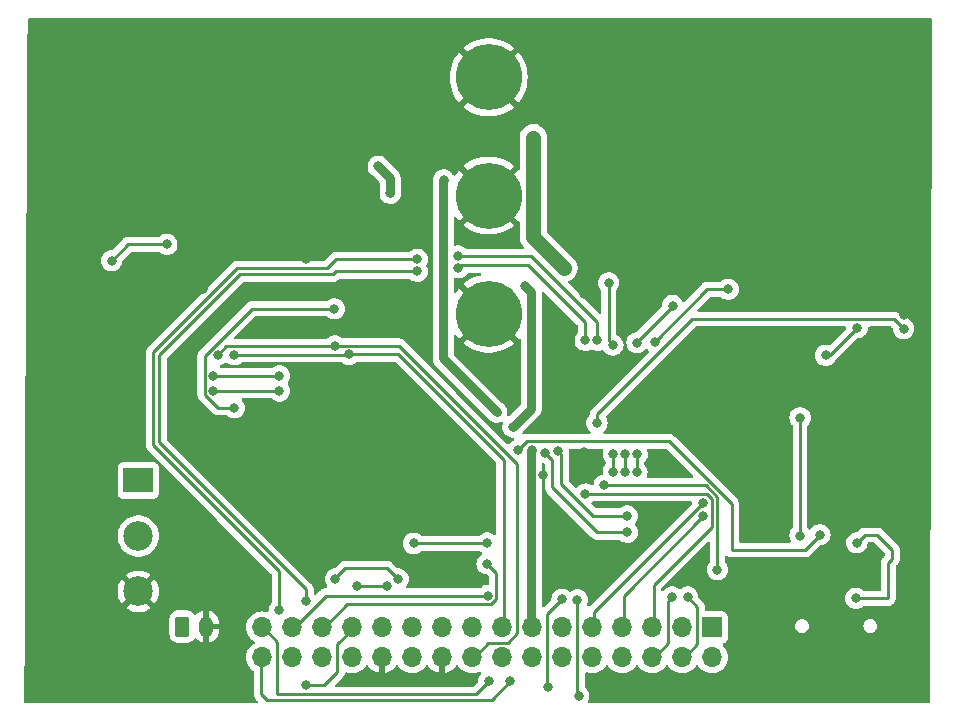
<source format=gbr>
%TF.GenerationSoftware,KiCad,Pcbnew,7.0.1-0*%
%TF.CreationDate,2025-03-28T10:56:38+02:00*%
%TF.ProjectId,EEE3088F_MM_Power_Project,45454533-3038-4384-965f-4d4d5f506f77,rev?*%
%TF.SameCoordinates,Original*%
%TF.FileFunction,Copper,L2,Bot*%
%TF.FilePolarity,Positive*%
%FSLAX46Y46*%
G04 Gerber Fmt 4.6, Leading zero omitted, Abs format (unit mm)*
G04 Created by KiCad (PCBNEW 7.0.1-0) date 2025-03-28 10:56:38*
%MOMM*%
%LPD*%
G01*
G04 APERTURE LIST*
G04 Aperture macros list*
%AMRoundRect*
0 Rectangle with rounded corners*
0 $1 Rounding radius*
0 $2 $3 $4 $5 $6 $7 $8 $9 X,Y pos of 4 corners*
0 Add a 4 corners polygon primitive as box body*
4,1,4,$2,$3,$4,$5,$6,$7,$8,$9,$2,$3,0*
0 Add four circle primitives for the rounded corners*
1,1,$1+$1,$2,$3*
1,1,$1+$1,$4,$5*
1,1,$1+$1,$6,$7*
1,1,$1+$1,$8,$9*
0 Add four rect primitives between the rounded corners*
20,1,$1+$1,$2,$3,$4,$5,0*
20,1,$1+$1,$4,$5,$6,$7,0*
20,1,$1+$1,$6,$7,$8,$9,0*
20,1,$1+$1,$8,$9,$2,$3,0*%
G04 Aperture macros list end*
%TA.AperFunction,ComponentPad*%
%ADD10RoundRect,0.250000X-0.350000X-0.625000X0.350000X-0.625000X0.350000X0.625000X-0.350000X0.625000X0*%
%TD*%
%TA.AperFunction,ComponentPad*%
%ADD11O,1.200000X1.750000*%
%TD*%
%TA.AperFunction,ComponentPad*%
%ADD12R,1.700000X1.700000*%
%TD*%
%TA.AperFunction,ComponentPad*%
%ADD13O,1.700000X1.700000*%
%TD*%
%TA.AperFunction,ComponentPad*%
%ADD14C,5.600000*%
%TD*%
%TA.AperFunction,ComponentPad*%
%ADD15R,2.500000X2.100000*%
%TD*%
%TA.AperFunction,ComponentPad*%
%ADD16C,2.500000*%
%TD*%
%TA.AperFunction,ViaPad*%
%ADD17C,0.800000*%
%TD*%
%TA.AperFunction,Conductor*%
%ADD18C,0.250000*%
%TD*%
%TA.AperFunction,Conductor*%
%ADD19C,0.760000*%
%TD*%
%TA.AperFunction,Conductor*%
%ADD20C,1.270000*%
%TD*%
G04 APERTURE END LIST*
D10*
%TO.P,J1,1,Pin_1*%
%TO.N,/Battery_In_Before_Switch*%
X113722400Y-146151600D03*
D11*
%TO.P,J1,2,Pin_2*%
%TO.N,GND*%
X115722400Y-146151600D03*
%TD*%
D12*
%TO.P,J2,1,Pin_1*%
%TO.N,/BOUT1 (U1)*%
X158572200Y-146227800D03*
D13*
%TO.P,J2,2,Pin_2*%
%TO.N,/BOUT2 (U1)*%
X158572200Y-148767800D03*
%TO.P,J2,3,Pin_3*%
%TO.N,/BIN1 (U1)*%
X156032200Y-146227800D03*
%TO.P,J2,4,Pin_4*%
%TO.N,/BOUT1 (U2)*%
X156032200Y-148767800D03*
%TO.P,J2,5,Pin_5*%
%TO.N,/BIN2 (U1)*%
X153492200Y-146227800D03*
%TO.P,J2,6,Pin_6*%
%TO.N,/BOUT2 (U2)*%
X153492200Y-148767800D03*
%TO.P,J2,7,Pin_7*%
%TO.N,/BIN1 (U2)*%
X150952200Y-146227800D03*
%TO.P,J2,8,Pin_8*%
%TO.N,/CTRL_EXT_LOAD2*%
X150952200Y-148767800D03*
%TO.P,J2,9,Pin_9*%
%TO.N,/BIN2 (U2)*%
X148412200Y-146227800D03*
%TO.P,J2,10,Pin_10*%
%TO.N,unconnected-(J2-Pin_10-Pad10)*%
X148412200Y-148767800D03*
%TO.P,J2,11,Pin_11*%
%TO.N,unconnected-(J2-Pin_11-Pad11)*%
X145872200Y-146227800D03*
%TO.P,J2,12,Pin_12*%
%TO.N,/EXT_LOAD2_OUT*%
X145872200Y-148767800D03*
%TO.P,J2,13,Pin_13*%
%TO.N,/Battery_Out*%
X143332200Y-146227800D03*
%TO.P,J2,14,Pin_14*%
%TO.N,/Fast_Charge_CTRL*%
X143332200Y-148767800D03*
%TO.P,J2,15,Pin_15*%
%TO.N,/I2C1_SCL*%
X140792200Y-146227800D03*
%TO.P,J2,16,Pin_16*%
%TO.N,unconnected-(J2-Pin_16-Pad16)*%
X140792200Y-148767800D03*
%TO.P,J2,17,Pin_17*%
%TO.N,+3V3*%
X138252200Y-146227800D03*
%TO.P,J2,18,Pin_18*%
%TO.N,/I2C1_SDA*%
X138252200Y-148767800D03*
%TO.P,J2,19,Pin_19*%
%TO.N,+5V*%
X135712200Y-146227800D03*
%TO.P,J2,20,Pin_20*%
%TO.N,GND*%
X135712200Y-148767800D03*
%TO.P,J2,21,Pin_21*%
%TO.N,+9V*%
X133172200Y-146227800D03*
%TO.P,J2,22,Pin_22*%
%TO.N,/EXT_LOAD1_OUT*%
X133172200Y-148767800D03*
%TO.P,J2,23,Pin_23*%
%TO.N,/AIN1 (U2)*%
X130632200Y-146227800D03*
%TO.P,J2,24,Pin_24*%
%TO.N,GND*%
X130632200Y-148767800D03*
%TO.P,J2,25,Pin_25*%
%TO.N,/AIN2 (U2)*%
X128092200Y-146227800D03*
%TO.P,J2,26,Pin_26*%
%TO.N,/CTRL_EXT_LOAD1*%
X128092200Y-148767800D03*
%TO.P,J2,27,Pin_27*%
%TO.N,/AIN1 (U1)*%
X125552200Y-146227800D03*
%TO.P,J2,28,Pin_28*%
%TO.N,/AOUT1 (U2)*%
X125552200Y-148767800D03*
%TO.P,J2,29,Pin_29*%
%TO.N,/AIN2 (U1)*%
X123012200Y-146227800D03*
%TO.P,J2,30,Pin_30*%
%TO.N,/AOUT2 (U2)*%
X123012200Y-148767800D03*
%TO.P,J2,31,Pin_31*%
%TO.N,/AOUT1 (U1)*%
X120472200Y-146227800D03*
%TO.P,J2,32,Pin_32*%
%TO.N,/AOUT2 (U1)*%
X120472200Y-148767800D03*
%TD*%
D14*
%TO.P,H1,1,1*%
%TO.N,GND*%
X139649200Y-119659099D03*
%TD*%
%TO.P,H3,1,1*%
%TO.N,GND*%
X139649200Y-109659099D03*
%TD*%
%TO.P,H2,1,1*%
%TO.N,GND*%
X139649200Y-99659099D03*
%TD*%
D15*
%TO.P,U11,1,1*%
%TO.N,/Battery_In_After_Switch*%
X109982000Y-133780775D03*
D16*
%TO.P,U11,2,2*%
%TO.N,/Battery_In_Before_Switch*%
X109982000Y-138480800D03*
%TO.P,U11,3,3*%
%TO.N,GND*%
X109982000Y-143180825D03*
%TD*%
D17*
%TO.N,+3V3*%
X130302000Y-107188000D03*
X118110000Y-127635000D03*
X126586400Y-119253000D03*
X142748000Y-117348000D03*
X131318000Y-109474000D03*
X141706600Y-129260600D03*
%TO.N,Net-(U1-FB)*%
X112395000Y-113792000D03*
X107721400Y-115189000D03*
%TO.N,+5V*%
X135839200Y-108331000D03*
X140335000Y-127990600D03*
%TO.N,GND*%
X124173400Y-115062000D03*
X148590000Y-104419400D03*
X151384000Y-139649200D03*
X153822400Y-129184400D03*
X157886400Y-140081000D03*
X144246600Y-133299200D03*
X162610800Y-117856000D03*
X148259800Y-139801600D03*
X171932600Y-112734800D03*
X156032200Y-116103400D03*
X150622000Y-128473200D03*
X144754600Y-119202200D03*
X147726400Y-131343400D03*
X153593800Y-133045200D03*
X174777400Y-119786400D03*
X115443000Y-117602000D03*
X123367800Y-126796800D03*
X146558000Y-129260600D03*
X148615400Y-126339600D03*
X163042600Y-133959600D03*
X153822400Y-131595700D03*
X150622000Y-128473200D03*
X147726400Y-117957600D03*
X163703000Y-147701000D03*
X129540000Y-135128000D03*
X169697400Y-140944600D03*
X127685800Y-132156200D03*
X137109200Y-142265400D03*
X164566600Y-133934200D03*
X147726400Y-133680200D03*
X174371000Y-147447000D03*
X108864400Y-110871000D03*
%TO.N,Net-(U4-VSENSE)*%
X166014400Y-138455400D03*
X166014400Y-128473200D03*
%TO.N,+9V*%
X139522200Y-139090400D03*
X167690800Y-138379200D03*
X142138400Y-131216400D03*
X133290000Y-139115800D03*
%TO.N,/Battery_Out*%
X143281400Y-131191000D03*
X146050000Y-115824000D03*
X143433800Y-104749600D03*
%TO.N,Net-(C7-Pad1)*%
X159918400Y-117602000D03*
X153720800Y-122021600D03*
%TO.N,/Fast_Charge_CTRL*%
X148818600Y-128930400D03*
X150206698Y-131572500D03*
X150198130Y-133044700D03*
X174777400Y-120929400D03*
%TO.N,/I2C1_SCL*%
X127838200Y-123113800D03*
X118117500Y-123142000D03*
%TO.N,/I2C1_SDA*%
X116720500Y-123142000D03*
X126619000Y-122402600D03*
%TO.N,Net-(JP1-B)*%
X116339500Y-126190000D03*
X121938000Y-126202500D03*
%TO.N,Net-(JP2-A)*%
X116339500Y-124920000D03*
X121938000Y-124932500D03*
%TO.N,Net-(U5-PROG)*%
X168173400Y-123190000D03*
X170870374Y-120837400D03*
%TO.N,/EXT_LOAD1_OUT*%
X126669800Y-142138400D03*
X131978400Y-142138400D03*
%TO.N,/EXT_LOAD2_OUT*%
X151206200Y-131572000D03*
X149809200Y-117068600D03*
X150164800Y-122326400D03*
X151197633Y-133044700D03*
%TO.N,/BOUT2 (U1)*%
X145872200Y-143840200D03*
X144703800Y-151231600D03*
%TO.N,/BOUT1 (U1)*%
X147269200Y-152019000D03*
X147167600Y-143891000D03*
%TO.N,/BOUT1 (U2)*%
X156501796Y-143663308D03*
%TO.N,/BIN1 (U1)*%
X149428200Y-134200300D03*
X159010600Y-141344400D03*
%TO.N,/BOUT2 (U2)*%
X155184749Y-143654604D03*
%TO.N,/BIN2 (U1)*%
X147828000Y-134924800D03*
%TO.N,/CTRL_EXT_LOAD2*%
X152222200Y-122123200D03*
X155219400Y-118973600D03*
X152196800Y-133070600D03*
X152222200Y-131546600D03*
%TO.N,/BIN1 (U2)*%
X157835600Y-136779000D03*
%TO.N,/BIN2 (U2)*%
X157810200Y-135661400D03*
%TO.N,/AIN1 (U2)*%
X121920000Y-144780000D03*
X133604000Y-115062000D03*
X128524000Y-142748000D03*
X151384000Y-136779000D03*
X151384000Y-136779000D03*
X131064000Y-142748000D03*
X151384000Y-136779000D03*
X148844000Y-121920000D03*
X137058400Y-114782600D03*
X145542000Y-131318000D03*
%TO.N,/AIN2 (U2)*%
X144424400Y-131419600D03*
X124206000Y-144018000D03*
X151384000Y-138176000D03*
X137093933Y-115781470D03*
X124206000Y-151130000D03*
X133604000Y-116078000D03*
X147828000Y-121920000D03*
%TO.N,/AIN1 (U1)*%
X139521047Y-140841847D03*
%TO.N,/AIN2 (U1)*%
X139573000Y-143535400D03*
%TO.N,/AOUT2 (U1)*%
X141485703Y-150793700D03*
%TO.N,/AOUT1 (U1)*%
X139649200Y-150793700D03*
%TO.N,/CC2*%
X170815000Y-139065000D03*
X170725475Y-143764000D03*
%TD*%
D18*
%TO.N,+3V3*%
X119584195Y-119253000D02*
X115614500Y-123222695D01*
X115614500Y-126536500D02*
X116713000Y-127635000D01*
X116713000Y-127635000D02*
X118110000Y-127635000D01*
D19*
X143256000Y-127711200D02*
X141706600Y-129260600D01*
X131318000Y-109474000D02*
X131318000Y-108204000D01*
X131318000Y-108204000D02*
X130302000Y-107188000D01*
D18*
X126586400Y-119253000D02*
X119584195Y-119253000D01*
D19*
X143256000Y-117856000D02*
X143256000Y-127711200D01*
X142748000Y-117348000D02*
X143256000Y-117856000D01*
D18*
X115614500Y-123222695D02*
X115614500Y-126536500D01*
%TO.N,Net-(U1-FB)*%
X109118400Y-113792000D02*
X107721400Y-115189000D01*
X112395000Y-113792000D02*
X109118400Y-113792000D01*
D19*
%TO.N,+5V*%
X135799000Y-108371200D02*
X135839200Y-108331000D01*
X135799000Y-123454600D02*
X135799000Y-108371200D01*
X140335000Y-127990600D02*
X135799000Y-123454600D01*
D18*
%TO.N,GND*%
X147726400Y-131343400D02*
X147726400Y-133680200D01*
%TO.N,Net-(U4-VSENSE)*%
X166014400Y-138455400D02*
X166014400Y-128473200D01*
%TO.N,+9V*%
X133315400Y-139090400D02*
X133290000Y-139115800D01*
X166395400Y-139674600D02*
X160223200Y-139674600D01*
X160223200Y-139674600D02*
X160223200Y-135776303D01*
X139522200Y-139090400D02*
X133315400Y-139090400D01*
X142888800Y-130466000D02*
X142138400Y-131216400D01*
X167690800Y-138379200D02*
X166395400Y-139674600D01*
X154912897Y-130466000D02*
X142888800Y-130466000D01*
X160223200Y-135776303D02*
X154912897Y-130466000D01*
D19*
%TO.N,/Battery_Out*%
X143450000Y-146250000D02*
X143266600Y-146066600D01*
D20*
X143433800Y-104749600D02*
X143433800Y-113207800D01*
D19*
X143266600Y-131205800D02*
X143281400Y-131191000D01*
X143266600Y-146066600D02*
X143266600Y-131205800D01*
D20*
X143433800Y-113207800D02*
X146050000Y-115824000D01*
D18*
%TO.N,Net-(C7-Pad1)*%
X153720800Y-122021600D02*
X158140400Y-117602000D01*
X158140400Y-117602000D02*
X159918400Y-117602000D01*
%TO.N,/Fast_Charge_CTRL*%
X173960400Y-120112400D02*
X174777400Y-120929400D01*
X150198130Y-133044700D02*
X150198130Y-131581068D01*
X148818600Y-128930400D02*
X148818600Y-128193800D01*
X150198130Y-131581068D02*
X150206698Y-131572500D01*
X148818600Y-128193800D02*
X156900000Y-120112400D01*
X156900000Y-120112400D02*
X173960400Y-120112400D01*
%TO.N,/I2C1_SCL*%
X127838200Y-123113800D02*
X132003800Y-123113800D01*
X118117500Y-123142000D02*
X127810000Y-123142000D01*
X127810000Y-123142000D02*
X127838200Y-123113800D01*
X132003800Y-123113800D02*
X140910000Y-132020000D01*
X140910000Y-132020000D02*
X140910000Y-146250000D01*
%TO.N,/I2C1_SDA*%
X141247701Y-147574000D02*
X139586000Y-147574000D01*
X142085000Y-132433000D02*
X142085000Y-146736701D01*
X117445500Y-122417000D02*
X126604600Y-122417000D01*
X126604600Y-122417000D02*
X126619000Y-122402600D01*
X126619000Y-122402600D02*
X126632800Y-122388800D01*
X139586000Y-147574000D02*
X138370000Y-148790000D01*
X116720500Y-123142000D02*
X117445500Y-122417000D01*
X132040800Y-122388800D02*
X142085000Y-132433000D01*
X126632800Y-122388800D02*
X132040800Y-122388800D01*
X142085000Y-146736701D02*
X141247701Y-147574000D01*
%TO.N,Net-(JP1-B)*%
X122054500Y-126190000D02*
X116339500Y-126190000D01*
%TO.N,Net-(JP2-A)*%
X122054500Y-124920000D02*
X116339500Y-124920000D01*
%TO.N,Net-(U5-PROG)*%
X168517774Y-123190000D02*
X170870374Y-120837400D01*
X168173400Y-123190000D02*
X168517774Y-123190000D01*
%TO.N,/EXT_LOAD1_OUT*%
X131064000Y-141224000D02*
X131978400Y-142138400D01*
X126669800Y-142062200D02*
X127508000Y-141224000D01*
X126669800Y-142138400D02*
X126669800Y-142062200D01*
X127508000Y-141224000D02*
X131064000Y-141224000D01*
%TO.N,/EXT_LOAD2_OUT*%
X149809200Y-121970800D02*
X149809200Y-117068600D01*
X151197633Y-131580567D02*
X151206200Y-131572000D01*
X150164800Y-122326400D02*
X149809200Y-121970800D01*
X151197633Y-133044700D02*
X151197633Y-131580567D01*
%TO.N,/BOUT2 (U1)*%
X144627600Y-145084800D02*
X145872200Y-143840200D01*
X144703800Y-151231600D02*
X144627600Y-151155400D01*
X144627600Y-151155400D02*
X144627600Y-145084800D01*
%TO.N,/BOUT1 (U1)*%
X147167600Y-151917400D02*
X147167600Y-143891000D01*
X147269200Y-152019000D02*
X147167600Y-151917400D01*
%TO.N,/BOUT1 (U2)*%
X157325000Y-147615000D02*
X156150000Y-148790000D01*
X156501796Y-143663308D02*
X157325000Y-144486512D01*
X157325000Y-144486512D02*
X157325000Y-147615000D01*
%TO.N,/BIN1 (U1)*%
X159010600Y-141344400D02*
X159010600Y-135200099D01*
X159010600Y-135200099D02*
X158010801Y-134200300D01*
X158010801Y-134200300D02*
X149428200Y-134200300D01*
%TO.N,/BOUT2 (U2)*%
X154813000Y-147587000D02*
X153610000Y-148790000D01*
X155184749Y-143654604D02*
X154813000Y-144026353D01*
X154813000Y-144026353D02*
X154813000Y-147587000D01*
%TO.N,/BIN2 (U1)*%
X153610000Y-146250000D02*
X153610000Y-142671695D01*
X158560600Y-137721095D02*
X158560600Y-135386495D01*
X153610000Y-142671695D02*
X158560600Y-137721095D01*
X158098905Y-134924800D02*
X147828000Y-134924800D01*
X158560600Y-135386495D02*
X158098905Y-134924800D01*
%TO.N,/CTRL_EXT_LOAD2*%
X152196800Y-133070600D02*
X152196800Y-131572000D01*
X155219400Y-119039700D02*
X155219400Y-118973600D01*
X152222200Y-122123200D02*
X152222200Y-122036900D01*
X152196800Y-131572000D02*
X152222200Y-131546600D01*
X152222200Y-122036900D02*
X155219400Y-119039700D01*
%TO.N,/BIN1 (U2)*%
X157835600Y-136779000D02*
X151070000Y-143544600D01*
X151070000Y-143544600D02*
X151070000Y-146250000D01*
%TO.N,/BIN2 (U2)*%
X157810200Y-135661400D02*
X148530000Y-144941600D01*
X148530000Y-144941600D02*
X148530000Y-146250000D01*
%TO.N,/AIN1 (U2)*%
X137083800Y-114808000D02*
X143256000Y-114808000D01*
X128524000Y-142748000D02*
X131064000Y-142748000D01*
X143256000Y-114808000D02*
X148844000Y-120396000D01*
X111252000Y-122936000D02*
X118364000Y-115824000D01*
X148844000Y-120396000D02*
X148844000Y-121920000D01*
X121920000Y-141478000D02*
X111252000Y-130810000D01*
X118364000Y-115824000D02*
X125984000Y-115824000D01*
X145542000Y-131318000D02*
X145796000Y-131572000D01*
X126746000Y-115062000D02*
X133604000Y-115062000D01*
X145796000Y-131572000D02*
X145796000Y-134112000D01*
X111252000Y-130810000D02*
X111252000Y-122936000D01*
X137058400Y-114782600D02*
X137083800Y-114808000D01*
X125984000Y-115824000D02*
X126746000Y-115062000D01*
X121920000Y-144780000D02*
X121920000Y-141478000D01*
X145796000Y-134112000D02*
X148463000Y-136779000D01*
X148463000Y-136779000D02*
X151384000Y-136779000D01*
%TO.N,/AIN2 (U2)*%
X133604000Y-116078000D02*
X126746000Y-116078000D01*
X126847600Y-147612400D02*
X128210000Y-146250000D01*
X145034000Y-134366000D02*
X148844000Y-138176000D01*
X112776000Y-131572000D02*
X124206000Y-143002000D01*
X126492000Y-116332000D02*
X118618000Y-116332000D01*
X126847600Y-150012400D02*
X126847600Y-147612400D01*
X143002000Y-115570000D02*
X147828000Y-120396000D01*
X148844000Y-138176000D02*
X151384000Y-138176000D01*
X118618000Y-116332000D02*
X117602000Y-117348000D01*
X111760000Y-123190000D02*
X111760000Y-130556000D01*
X137305403Y-115570000D02*
X143002000Y-115570000D01*
X124206000Y-151130000D02*
X125730000Y-151130000D01*
X147828000Y-120396000D02*
X147828000Y-121920000D01*
X125730000Y-151130000D02*
X126847600Y-150012400D01*
X145034000Y-132029200D02*
X145034000Y-134366000D01*
X111760000Y-130556000D02*
X112776000Y-131572000D01*
X137093933Y-115781470D02*
X137305403Y-115570000D01*
X117602000Y-117348000D02*
X111760000Y-123190000D01*
X144424400Y-131419600D02*
X145034000Y-132029200D01*
X126746000Y-116078000D02*
X126492000Y-116332000D01*
X124206000Y-143002000D02*
X124206000Y-144018000D01*
%TO.N,/AIN1 (U1)*%
X127659600Y-144260400D02*
X125670000Y-146250000D01*
X140298000Y-143835705D02*
X139873305Y-144260400D01*
X139521047Y-140841847D02*
X140298000Y-141618800D01*
X139873305Y-144260400D02*
X127659600Y-144260400D01*
X140298000Y-141618800D02*
X140298000Y-143835705D01*
%TO.N,/AIN2 (U1)*%
X139573000Y-143535400D02*
X125844600Y-143535400D01*
X125844600Y-143535400D02*
X123130000Y-146250000D01*
%TO.N,/AOUT2 (U1)*%
X120396000Y-148984000D02*
X120590000Y-148790000D01*
X139930203Y-152349200D02*
X120853200Y-152349200D01*
X120396000Y-151892000D02*
X120396000Y-148984000D01*
X120853200Y-152349200D02*
X120396000Y-151892000D01*
X141485703Y-150793700D02*
X139930203Y-152349200D01*
%TO.N,/AOUT1 (U1)*%
X139649200Y-150793700D02*
X138543700Y-151899200D01*
X121765000Y-151899200D02*
X121765000Y-147425000D01*
X138543700Y-151899200D02*
X121765000Y-151899200D01*
X121765000Y-147425000D02*
X120590000Y-146250000D01*
%TO.N,/CC2*%
X171484578Y-138395422D02*
X170815000Y-139065000D01*
X172567727Y-138395422D02*
X171484578Y-138395422D01*
X173482000Y-140759695D02*
X173826000Y-140415695D01*
X173482000Y-143764000D02*
X173482000Y-140759695D01*
X173826000Y-140415695D02*
X173826000Y-139653695D01*
X170725475Y-143764000D02*
X173482000Y-143764000D01*
X173826000Y-139653695D02*
X172567727Y-138395422D01*
%TD*%
%TA.AperFunction,Conductor*%
%TO.N,GND*%
G36*
X177128167Y-94682467D02*
G01*
X177173569Y-94727988D01*
X177190073Y-94790126D01*
X177038325Y-152530326D01*
X177021603Y-152592188D01*
X176976231Y-152637441D01*
X176914325Y-152654000D01*
X148157165Y-152654000D01*
X148095165Y-152637387D01*
X148049778Y-152592000D01*
X148033165Y-152530000D01*
X148049778Y-152468000D01*
X148096379Y-152387284D01*
X148108030Y-152351426D01*
X148154874Y-152207256D01*
X148174660Y-152019000D01*
X148154874Y-151830744D01*
X148110508Y-151694200D01*
X148096379Y-151650715D01*
X148001733Y-151486783D01*
X147875071Y-151346112D01*
X147844216Y-151323695D01*
X147806616Y-151279672D01*
X147793100Y-151223376D01*
X147793100Y-150161654D01*
X147805888Y-150106810D01*
X147841613Y-150063278D01*
X147892909Y-150040037D01*
X147949193Y-150041879D01*
X148176792Y-150102863D01*
X148412199Y-150123459D01*
X148412199Y-150123458D01*
X148412200Y-150123459D01*
X148647608Y-150102863D01*
X148875863Y-150041703D01*
X149090030Y-149941835D01*
X149283601Y-149806295D01*
X149450695Y-149639201D01*
X149580626Y-149453639D01*
X149624943Y-149414775D01*
X149682200Y-149400764D01*
X149739457Y-149414775D01*
X149783773Y-149453639D01*
X149913705Y-149639201D01*
X150080799Y-149806295D01*
X150274370Y-149941835D01*
X150488537Y-150041703D01*
X150700270Y-150098436D01*
X150716792Y-150102863D01*
X150952199Y-150123459D01*
X150952199Y-150123458D01*
X150952200Y-150123459D01*
X151187608Y-150102863D01*
X151415863Y-150041703D01*
X151630030Y-149941835D01*
X151823601Y-149806295D01*
X151990695Y-149639201D01*
X152120626Y-149453639D01*
X152164943Y-149414775D01*
X152222200Y-149400764D01*
X152279457Y-149414775D01*
X152323773Y-149453639D01*
X152453705Y-149639201D01*
X152620799Y-149806295D01*
X152814370Y-149941835D01*
X153028537Y-150041703D01*
X153240270Y-150098436D01*
X153256792Y-150102863D01*
X153492199Y-150123459D01*
X153492199Y-150123458D01*
X153492200Y-150123459D01*
X153727608Y-150102863D01*
X153955863Y-150041703D01*
X154170030Y-149941835D01*
X154363601Y-149806295D01*
X154530695Y-149639201D01*
X154660626Y-149453639D01*
X154704943Y-149414775D01*
X154762200Y-149400764D01*
X154819457Y-149414775D01*
X154863773Y-149453639D01*
X154993705Y-149639201D01*
X155160799Y-149806295D01*
X155354370Y-149941835D01*
X155568537Y-150041703D01*
X155780270Y-150098436D01*
X155796792Y-150102863D01*
X156032199Y-150123459D01*
X156032199Y-150123458D01*
X156032200Y-150123459D01*
X156267608Y-150102863D01*
X156495863Y-150041703D01*
X156710030Y-149941835D01*
X156903601Y-149806295D01*
X157070695Y-149639201D01*
X157200626Y-149453639D01*
X157244943Y-149414775D01*
X157302200Y-149400764D01*
X157359457Y-149414775D01*
X157403773Y-149453639D01*
X157533705Y-149639201D01*
X157700799Y-149806295D01*
X157894370Y-149941835D01*
X158108537Y-150041703D01*
X158320270Y-150098436D01*
X158336792Y-150102863D01*
X158572199Y-150123459D01*
X158572199Y-150123458D01*
X158572200Y-150123459D01*
X158807608Y-150102863D01*
X159035863Y-150041703D01*
X159250030Y-149941835D01*
X159443601Y-149806295D01*
X159610695Y-149639201D01*
X159746235Y-149445630D01*
X159846103Y-149231463D01*
X159907263Y-149003208D01*
X159927859Y-148767800D01*
X159907263Y-148532392D01*
X159846103Y-148304137D01*
X159746235Y-148089971D01*
X159610695Y-147896399D01*
X159488769Y-147774473D01*
X159457473Y-147721727D01*
X159455284Y-147660434D01*
X159482737Y-147605589D01*
X159533116Y-147570610D01*
X159664531Y-147521596D01*
X159779746Y-147435346D01*
X159865996Y-147320131D01*
X159916291Y-147185283D01*
X159922700Y-147125673D01*
X159922699Y-146108676D01*
X165594457Y-146108676D01*
X165614237Y-146258912D01*
X165672224Y-146398906D01*
X165764470Y-146519124D01*
X165884688Y-146611370D01*
X166024684Y-146669358D01*
X166120137Y-146681924D01*
X166137197Y-146684171D01*
X166137198Y-146684171D01*
X166212638Y-146684171D01*
X166212639Y-146684171D01*
X166227451Y-146682220D01*
X166325152Y-146669358D01*
X166465148Y-146611370D01*
X166585365Y-146519124D01*
X166677611Y-146398907D01*
X166735599Y-146258911D01*
X166755378Y-146108677D01*
X166755378Y-146108676D01*
X171374493Y-146108676D01*
X171394273Y-146258912D01*
X171452260Y-146398906D01*
X171544506Y-146519124D01*
X171664724Y-146611370D01*
X171804720Y-146669358D01*
X171900173Y-146681924D01*
X171917233Y-146684171D01*
X171917234Y-146684171D01*
X171992674Y-146684171D01*
X171992675Y-146684171D01*
X172007487Y-146682220D01*
X172105188Y-146669358D01*
X172245184Y-146611370D01*
X172365401Y-146519124D01*
X172457647Y-146398907D01*
X172515635Y-146258911D01*
X172535414Y-146108677D01*
X172515635Y-145958443D01*
X172457647Y-145818447D01*
X172365401Y-145698229D01*
X172245183Y-145605983D01*
X172105189Y-145547996D01*
X171992675Y-145533183D01*
X171992674Y-145533183D01*
X171917234Y-145533183D01*
X171917233Y-145533183D01*
X171804718Y-145547996D01*
X171664724Y-145605983D01*
X171544506Y-145698229D01*
X171452260Y-145818447D01*
X171394273Y-145958441D01*
X171374493Y-146108676D01*
X166755378Y-146108676D01*
X166735599Y-145958443D01*
X166677611Y-145818447D01*
X166585365Y-145698229D01*
X166465147Y-145605983D01*
X166325153Y-145547996D01*
X166212639Y-145533183D01*
X166212638Y-145533183D01*
X166137198Y-145533183D01*
X166137197Y-145533183D01*
X166024682Y-145547996D01*
X165884688Y-145605983D01*
X165764470Y-145698229D01*
X165672224Y-145818447D01*
X165614237Y-145958441D01*
X165594457Y-146108676D01*
X159922699Y-146108676D01*
X159922699Y-145329928D01*
X159916291Y-145270317D01*
X159865996Y-145135469D01*
X159779746Y-145020254D01*
X159664531Y-144934004D01*
X159529683Y-144883709D01*
X159470073Y-144877300D01*
X159470069Y-144877300D01*
X159470024Y-144877300D01*
X158074499Y-144877300D01*
X158012500Y-144860688D01*
X157967113Y-144815301D01*
X157950500Y-144753301D01*
X157950500Y-144569252D01*
X157952763Y-144548748D01*
X157951914Y-144521735D01*
X157950561Y-144478656D01*
X157950500Y-144474762D01*
X157950500Y-144447169D01*
X157950500Y-144447162D01*
X157949995Y-144443165D01*
X157949080Y-144431535D01*
X157947709Y-144387885D01*
X157942120Y-144368652D01*
X157938174Y-144349594D01*
X157935664Y-144329720D01*
X157930424Y-144316485D01*
X157919585Y-144289109D01*
X157915804Y-144278064D01*
X157903619Y-144236125D01*
X157903618Y-144236124D01*
X157903618Y-144236122D01*
X157893417Y-144218873D01*
X157884860Y-144201407D01*
X157877486Y-144182780D01*
X157851813Y-144147444D01*
X157845402Y-144137684D01*
X157836937Y-144123371D01*
X157823170Y-144100091D01*
X157809005Y-144085926D01*
X157796369Y-144071132D01*
X157784595Y-144054926D01*
X157780619Y-144051637D01*
X157750935Y-144027080D01*
X157742305Y-144019226D01*
X157487079Y-143764000D01*
X169820015Y-143764000D01*
X169824597Y-143807599D01*
X169839801Y-143952257D01*
X169898295Y-144132284D01*
X169992941Y-144296216D01*
X170119604Y-144436889D01*
X170272744Y-144548151D01*
X170445672Y-144625144D01*
X170630827Y-144664500D01*
X170630829Y-144664500D01*
X170820121Y-144664500D01*
X170820123Y-144664500D01*
X170943559Y-144638262D01*
X171005278Y-144625144D01*
X171178205Y-144548151D01*
X171331346Y-144436888D01*
X171337073Y-144430526D01*
X171378787Y-144400220D01*
X171429222Y-144389500D01*
X173411151Y-144389500D01*
X173434385Y-144391696D01*
X173442412Y-144393227D01*
X173497759Y-144389745D01*
X173505545Y-144389500D01*
X173521351Y-144389500D01*
X173525582Y-144388965D01*
X173537036Y-144387517D01*
X173544738Y-144386788D01*
X173600138Y-144383304D01*
X173607902Y-144380781D01*
X173630676Y-144375689D01*
X173638792Y-144374664D01*
X173690396Y-144354231D01*
X173697671Y-144351612D01*
X173750441Y-144334467D01*
X173757337Y-144330090D01*
X173778132Y-144319494D01*
X173785732Y-144316486D01*
X173830624Y-144283869D01*
X173837026Y-144279517D01*
X173883877Y-144249786D01*
X173889461Y-144243838D01*
X173906979Y-144228394D01*
X173913587Y-144223594D01*
X173913588Y-144223591D01*
X173913590Y-144223591D01*
X173948938Y-144180861D01*
X173954080Y-144175027D01*
X173992062Y-144134582D01*
X173995999Y-144127418D01*
X174009119Y-144108114D01*
X174014324Y-144101823D01*
X174037942Y-144051630D01*
X174041467Y-144044711D01*
X174068197Y-143996092D01*
X174070228Y-143988177D01*
X174078132Y-143966223D01*
X174081614Y-143958826D01*
X174092010Y-143904325D01*
X174093698Y-143896768D01*
X174107500Y-143843019D01*
X174107500Y-143834849D01*
X174109696Y-143811615D01*
X174110483Y-143807483D01*
X174111227Y-143803588D01*
X174108948Y-143767371D01*
X174107745Y-143748241D01*
X174107500Y-143740455D01*
X174107500Y-141070147D01*
X174116939Y-141022695D01*
X174143814Y-140982471D01*
X174209790Y-140916493D01*
X174225883Y-140903603D01*
X174227873Y-140901483D01*
X174227877Y-140901481D01*
X174273935Y-140852432D01*
X174276581Y-140849702D01*
X174296120Y-140830166D01*
X174298588Y-140826983D01*
X174306156Y-140818122D01*
X174336062Y-140786277D01*
X174345717Y-140768713D01*
X174356394Y-140752459D01*
X174368673Y-140736631D01*
X174386018Y-140696547D01*
X174391160Y-140686051D01*
X174412197Y-140647787D01*
X174417179Y-140628379D01*
X174423481Y-140609975D01*
X174431437Y-140591591D01*
X174438269Y-140548447D01*
X174440633Y-140537033D01*
X174451500Y-140494714D01*
X174451500Y-140474679D01*
X174453027Y-140455280D01*
X174453068Y-140455016D01*
X174456160Y-140435499D01*
X174452050Y-140392020D01*
X174451500Y-140380351D01*
X174451500Y-139736439D01*
X174453764Y-139715931D01*
X174451561Y-139645808D01*
X174451500Y-139641914D01*
X174451500Y-139614349D01*
X174451500Y-139614345D01*
X174450997Y-139610365D01*
X174450081Y-139598723D01*
X174449212Y-139571058D01*
X174448710Y-139555068D01*
X174443118Y-139535821D01*
X174439174Y-139516780D01*
X174436664Y-139496903D01*
X174420579Y-139456278D01*
X174416808Y-139445263D01*
X174404618Y-139403305D01*
X174394414Y-139386050D01*
X174385861Y-139368590D01*
X174378486Y-139349964D01*
X174378486Y-139349963D01*
X174352808Y-139314620D01*
X174346401Y-139304866D01*
X174324169Y-139267274D01*
X174310006Y-139253111D01*
X174297367Y-139238312D01*
X174285595Y-139222108D01*
X174251941Y-139194268D01*
X174243299Y-139186404D01*
X173068529Y-138011633D01*
X173055633Y-137995535D01*
X173004502Y-137947520D01*
X173001705Y-137944809D01*
X172982197Y-137925301D01*
X172979017Y-137922834D01*
X172970151Y-137915261D01*
X172938309Y-137885360D01*
X172920751Y-137875707D01*
X172904491Y-137865026D01*
X172888663Y-137852749D01*
X172848578Y-137835402D01*
X172838088Y-137830263D01*
X172799818Y-137809224D01*
X172780418Y-137804243D01*
X172762011Y-137797941D01*
X172743624Y-137789984D01*
X172700485Y-137783151D01*
X172689051Y-137780783D01*
X172646746Y-137769922D01*
X172626711Y-137769922D01*
X172607313Y-137768395D01*
X172599889Y-137767219D01*
X172587532Y-137765262D01*
X172587531Y-137765262D01*
X172561211Y-137767750D01*
X172544052Y-137769372D01*
X172532383Y-137769922D01*
X171567318Y-137769922D01*
X171546814Y-137767658D01*
X171476722Y-137769861D01*
X171472828Y-137769922D01*
X171445226Y-137769922D01*
X171441231Y-137770426D01*
X171429607Y-137771340D01*
X171385950Y-137772712D01*
X171366713Y-137778301D01*
X171347672Y-137782244D01*
X171327786Y-137784757D01*
X171287160Y-137800841D01*
X171276115Y-137804622D01*
X171234191Y-137816803D01*
X171216943Y-137827003D01*
X171199481Y-137835557D01*
X171189057Y-137839685D01*
X171180843Y-137842937D01*
X171145504Y-137868611D01*
X171135746Y-137875021D01*
X171098157Y-137897251D01*
X171083988Y-137911420D01*
X171069200Y-137924050D01*
X171052988Y-137935829D01*
X171025148Y-137969481D01*
X171017288Y-137978119D01*
X170867225Y-138128183D01*
X170827000Y-138155061D01*
X170779547Y-138164500D01*
X170720352Y-138164500D01*
X170535197Y-138203855D01*
X170362269Y-138280848D01*
X170209129Y-138392110D01*
X170082466Y-138532783D01*
X169987820Y-138696715D01*
X169929326Y-138876742D01*
X169909540Y-139064999D01*
X169929326Y-139253257D01*
X169987820Y-139433284D01*
X170082466Y-139597216D01*
X170209129Y-139737889D01*
X170362269Y-139849151D01*
X170535197Y-139926144D01*
X170720352Y-139965500D01*
X170720354Y-139965500D01*
X170909646Y-139965500D01*
X170909648Y-139965500D01*
X171033083Y-139939262D01*
X171094803Y-139926144D01*
X171267730Y-139849151D01*
X171420871Y-139737888D01*
X171547533Y-139597216D01*
X171642179Y-139433284D01*
X171700674Y-139253256D01*
X171713422Y-139131958D01*
X171733942Y-139075582D01*
X171778529Y-139035436D01*
X171836743Y-139020922D01*
X172257275Y-139020922D01*
X172304728Y-139030361D01*
X172344956Y-139057241D01*
X173164181Y-139876466D01*
X173191061Y-139916694D01*
X173200500Y-139964147D01*
X173200500Y-140105241D01*
X173191061Y-140152695D01*
X173164180Y-140192924D01*
X173098204Y-140258898D01*
X173082111Y-140271791D01*
X173034096Y-140322920D01*
X173031391Y-140325712D01*
X173011874Y-140345229D01*
X173009415Y-140348400D01*
X173001842Y-140357267D01*
X172971935Y-140389115D01*
X172962285Y-140406669D01*
X172951609Y-140422923D01*
X172939326Y-140438758D01*
X172921975Y-140478853D01*
X172916838Y-140489339D01*
X172895802Y-140527602D01*
X172890821Y-140547004D01*
X172884520Y-140565406D01*
X172876561Y-140583797D01*
X172869728Y-140626937D01*
X172867360Y-140638369D01*
X172856500Y-140680673D01*
X172856500Y-140700711D01*
X172854973Y-140720108D01*
X172851840Y-140739891D01*
X172852502Y-140746894D01*
X172855950Y-140783370D01*
X172856500Y-140795039D01*
X172856500Y-143014500D01*
X172839887Y-143076500D01*
X172794500Y-143121887D01*
X172732500Y-143138500D01*
X171429222Y-143138500D01*
X171378787Y-143127780D01*
X171337073Y-143097473D01*
X171331346Y-143091112D01*
X171178205Y-142979849D01*
X171178204Y-142979848D01*
X171178202Y-142979847D01*
X171005277Y-142902855D01*
X170820123Y-142863500D01*
X170820121Y-142863500D01*
X170630829Y-142863500D01*
X170630827Y-142863500D01*
X170445672Y-142902855D01*
X170272744Y-142979848D01*
X170119604Y-143091110D01*
X169992941Y-143231783D01*
X169898295Y-143395715D01*
X169839801Y-143575742D01*
X169821671Y-143748241D01*
X169820015Y-143764000D01*
X157487079Y-143764000D01*
X157440756Y-143717677D01*
X157416516Y-143683379D01*
X157405117Y-143642963D01*
X157387470Y-143475052D01*
X157328975Y-143295024D01*
X157328975Y-143295023D01*
X157234329Y-143131091D01*
X157107666Y-142990418D01*
X156954526Y-142879156D01*
X156781598Y-142802163D01*
X156596444Y-142762808D01*
X156596442Y-142762808D01*
X156407150Y-142762808D01*
X156407148Y-142762808D01*
X156221993Y-142802163D01*
X156049065Y-142879156D01*
X155922147Y-142971367D01*
X155875043Y-142992339D01*
X155823481Y-142992339D01*
X155776377Y-142971367D01*
X155637479Y-142870452D01*
X155464551Y-142793459D01*
X155279397Y-142754104D01*
X155279395Y-142754104D01*
X155090103Y-142754104D01*
X155090101Y-142754104D01*
X154904946Y-142793459D01*
X154732018Y-142870452D01*
X154578878Y-142981714D01*
X154451650Y-143123016D01*
X154402723Y-143156267D01*
X154343959Y-143163066D01*
X154288731Y-143141866D01*
X154249611Y-143097493D01*
X154235500Y-143040044D01*
X154235500Y-142982147D01*
X154244939Y-142934694D01*
X154271819Y-142894466D01*
X158173419Y-138992866D01*
X158222782Y-138962616D01*
X158280498Y-138958074D01*
X158333985Y-138980229D01*
X158371585Y-139024252D01*
X158385100Y-139080547D01*
X158385100Y-140645713D01*
X158376864Y-140690151D01*
X158353252Y-140728682D01*
X158324902Y-140760169D01*
X158278064Y-140812186D01*
X158183420Y-140976115D01*
X158124926Y-141156142D01*
X158105140Y-141344399D01*
X158124926Y-141532657D01*
X158183420Y-141712684D01*
X158278066Y-141876616D01*
X158404729Y-142017289D01*
X158557869Y-142128551D01*
X158730797Y-142205544D01*
X158915952Y-142244900D01*
X158915954Y-142244900D01*
X159105246Y-142244900D01*
X159105248Y-142244900D01*
X159242227Y-142215784D01*
X159290403Y-142205544D01*
X159463330Y-142128551D01*
X159528129Y-142081472D01*
X159616470Y-142017289D01*
X159624169Y-142008739D01*
X159743133Y-141876616D01*
X159837779Y-141712684D01*
X159896274Y-141532656D01*
X159916060Y-141344400D01*
X159896274Y-141156144D01*
X159852914Y-141022695D01*
X159837779Y-140976115D01*
X159743135Y-140812186D01*
X159700113Y-140764406D01*
X159667947Y-140728682D01*
X159644336Y-140690151D01*
X159636100Y-140645713D01*
X159636100Y-140267885D01*
X159649264Y-140212285D01*
X159685960Y-140168491D01*
X159738397Y-140145799D01*
X159795443Y-140149028D01*
X159844983Y-140177492D01*
X159852618Y-140184662D01*
X159859778Y-140188598D01*
X159879083Y-140201717D01*
X159885379Y-140206926D01*
X159935563Y-140230541D01*
X159942502Y-140234076D01*
X159977320Y-140253217D01*
X159991108Y-140260797D01*
X159999022Y-140262828D01*
X160020974Y-140270732D01*
X160023225Y-140271791D01*
X160028374Y-140274214D01*
X160082873Y-140284610D01*
X160090463Y-140286307D01*
X160144181Y-140300100D01*
X160152351Y-140300100D01*
X160175585Y-140302296D01*
X160183612Y-140303827D01*
X160238959Y-140300345D01*
X160246745Y-140300100D01*
X166312656Y-140300100D01*
X166333162Y-140302364D01*
X166336065Y-140302272D01*
X166336067Y-140302273D01*
X166403272Y-140300161D01*
X166407168Y-140300100D01*
X166434749Y-140300100D01*
X166434750Y-140300100D01*
X166438719Y-140299598D01*
X166450365Y-140298680D01*
X166494027Y-140297309D01*
X166513259Y-140291720D01*
X166532318Y-140287774D01*
X166543925Y-140286308D01*
X166552192Y-140285264D01*
X166592807Y-140269182D01*
X166603844Y-140265403D01*
X166645790Y-140253218D01*
X166663029Y-140243022D01*
X166680502Y-140234462D01*
X166681477Y-140234076D01*
X166699132Y-140227086D01*
X166734464Y-140201414D01*
X166744230Y-140195000D01*
X166748973Y-140192195D01*
X166781820Y-140172770D01*
X166795985Y-140158604D01*
X166810773Y-140145973D01*
X166826987Y-140134194D01*
X166854838Y-140100526D01*
X166862679Y-140091909D01*
X167638571Y-139316019D01*
X167678800Y-139289139D01*
X167726253Y-139279700D01*
X167785448Y-139279700D01*
X167943005Y-139246210D01*
X167970603Y-139240344D01*
X168143530Y-139163351D01*
X168208980Y-139115799D01*
X168296670Y-139052089D01*
X168311665Y-139035436D01*
X168423333Y-138911416D01*
X168517979Y-138747484D01*
X168576474Y-138567456D01*
X168596260Y-138379200D01*
X168576474Y-138190944D01*
X168517979Y-138010916D01*
X168517979Y-138010915D01*
X168423333Y-137846983D01*
X168296670Y-137706310D01*
X168143530Y-137595048D01*
X167970602Y-137518055D01*
X167785448Y-137478700D01*
X167785446Y-137478700D01*
X167596154Y-137478700D01*
X167596152Y-137478700D01*
X167410997Y-137518055D01*
X167238069Y-137595048D01*
X167084929Y-137706310D01*
X166958267Y-137846982D01*
X166934229Y-137888618D01*
X166894377Y-137930613D01*
X166839803Y-137949938D01*
X166782404Y-137942381D01*
X166734692Y-137909589D01*
X166671750Y-137839685D01*
X166648136Y-137801151D01*
X166639900Y-137756713D01*
X166639900Y-129171887D01*
X166648136Y-129127449D01*
X166671747Y-129088917D01*
X166746933Y-129005416D01*
X166790244Y-128930400D01*
X166841579Y-128841484D01*
X166863262Y-128774751D01*
X166900074Y-128661456D01*
X166919860Y-128473200D01*
X166900074Y-128284944D01*
X166865220Y-128177674D01*
X166841579Y-128104915D01*
X166746933Y-127940983D01*
X166620270Y-127800310D01*
X166467130Y-127689048D01*
X166294202Y-127612055D01*
X166109048Y-127572700D01*
X166109046Y-127572700D01*
X165919754Y-127572700D01*
X165919752Y-127572700D01*
X165734597Y-127612055D01*
X165561669Y-127689048D01*
X165408529Y-127800310D01*
X165281866Y-127940983D01*
X165187220Y-128104915D01*
X165128726Y-128284942D01*
X165108940Y-128473200D01*
X165128726Y-128661457D01*
X165187220Y-128841484D01*
X165281864Y-129005413D01*
X165281867Y-129005416D01*
X165357052Y-129088917D01*
X165380664Y-129127449D01*
X165388900Y-129171887D01*
X165388900Y-137756713D01*
X165380664Y-137801151D01*
X165357052Y-137839682D01*
X165327915Y-137872043D01*
X165281864Y-137923186D01*
X165187220Y-138087115D01*
X165128726Y-138267142D01*
X165109068Y-138454180D01*
X165108940Y-138455400D01*
X165111610Y-138480800D01*
X165128726Y-138643657D01*
X165187220Y-138823683D01*
X165209978Y-138863101D01*
X165226590Y-138925101D01*
X165209977Y-138987100D01*
X165164590Y-139032487D01*
X165102590Y-139049100D01*
X160972700Y-139049100D01*
X160910700Y-139032487D01*
X160865313Y-138987100D01*
X160848700Y-138925100D01*
X160848700Y-135859047D01*
X160850964Y-135838539D01*
X160848761Y-135768416D01*
X160848700Y-135764522D01*
X160848700Y-135736957D01*
X160848700Y-135736953D01*
X160848197Y-135732973D01*
X160847281Y-135721331D01*
X160845910Y-135677676D01*
X160840318Y-135658429D01*
X160836374Y-135639388D01*
X160833864Y-135619511D01*
X160817779Y-135578886D01*
X160814008Y-135567871D01*
X160801818Y-135525913D01*
X160791614Y-135508658D01*
X160783061Y-135491198D01*
X160775686Y-135472572D01*
X160775686Y-135472571D01*
X160750008Y-135437228D01*
X160743601Y-135427474D01*
X160721369Y-135389882D01*
X160707206Y-135375719D01*
X160694567Y-135360920D01*
X160682795Y-135344716D01*
X160649141Y-135316876D01*
X160640499Y-135309012D01*
X155413699Y-130082211D01*
X155400803Y-130066113D01*
X155349672Y-130018098D01*
X155346875Y-130015387D01*
X155327367Y-129995879D01*
X155324187Y-129993412D01*
X155315321Y-129985839D01*
X155283479Y-129955938D01*
X155265921Y-129946285D01*
X155249661Y-129935604D01*
X155233833Y-129923327D01*
X155193748Y-129905980D01*
X155183258Y-129900841D01*
X155144988Y-129879802D01*
X155125588Y-129874821D01*
X155107181Y-129868519D01*
X155088794Y-129860562D01*
X155045655Y-129853729D01*
X155034221Y-129851361D01*
X154991916Y-129840500D01*
X154971881Y-129840500D01*
X154952483Y-129838973D01*
X154945059Y-129837797D01*
X154932702Y-129835840D01*
X154932701Y-129835840D01*
X154907365Y-129838235D01*
X154889222Y-129839950D01*
X154877553Y-129840500D01*
X149479610Y-129840500D01*
X149419873Y-129825162D01*
X149374913Y-129782943D01*
X149355855Y-129724286D01*
X149367411Y-129663704D01*
X149406724Y-129616182D01*
X149424472Y-129603287D01*
X149551133Y-129462616D01*
X149645779Y-129298684D01*
X149658153Y-129260600D01*
X149704274Y-129118656D01*
X149724060Y-128930400D01*
X149704274Y-128742144D01*
X149645779Y-128562116D01*
X149579551Y-128447406D01*
X149563412Y-128396218D01*
X149570418Y-128343000D01*
X149599257Y-128297731D01*
X157122771Y-120774219D01*
X157163000Y-120747339D01*
X157210453Y-120737900D01*
X169785920Y-120737900D01*
X169842215Y-120751415D01*
X169886238Y-120789015D01*
X169908393Y-120842502D01*
X169903851Y-120900218D01*
X169873601Y-120949581D01*
X168534725Y-122288457D01*
X168482262Y-122319670D01*
X168421264Y-122322066D01*
X168268049Y-122289500D01*
X168268046Y-122289500D01*
X168078754Y-122289500D01*
X168078752Y-122289500D01*
X167893597Y-122328855D01*
X167720669Y-122405848D01*
X167567529Y-122517110D01*
X167440866Y-122657783D01*
X167346220Y-122821715D01*
X167287726Y-123001742D01*
X167267940Y-123190000D01*
X167287726Y-123378257D01*
X167346220Y-123558284D01*
X167440866Y-123722216D01*
X167567529Y-123862889D01*
X167720669Y-123974151D01*
X167893597Y-124051144D01*
X168078752Y-124090500D01*
X168078754Y-124090500D01*
X168268046Y-124090500D01*
X168268048Y-124090500D01*
X168391484Y-124064262D01*
X168453203Y-124051144D01*
X168626130Y-123974151D01*
X168702357Y-123918769D01*
X168779270Y-123862889D01*
X168779271Y-123862888D01*
X168905933Y-123722216D01*
X168939189Y-123664612D01*
X168951023Y-123647584D01*
X168977210Y-123615928D01*
X168985053Y-123607309D01*
X170818145Y-121774219D01*
X170858374Y-121747339D01*
X170905827Y-121737900D01*
X170965022Y-121737900D01*
X171088458Y-121711662D01*
X171150177Y-121698544D01*
X171323104Y-121621551D01*
X171365176Y-121590984D01*
X171476244Y-121510289D01*
X171483618Y-121502100D01*
X171602907Y-121369616D01*
X171697553Y-121205684D01*
X171756048Y-121025656D01*
X171774621Y-120848938D01*
X171795141Y-120792560D01*
X171839728Y-120752415D01*
X171897942Y-120737900D01*
X173649948Y-120737900D01*
X173697401Y-120747339D01*
X173737626Y-120774216D01*
X173838440Y-120875031D01*
X173862678Y-120909327D01*
X173874078Y-120949748D01*
X173891726Y-121117657D01*
X173950220Y-121297684D01*
X174044866Y-121461616D01*
X174171529Y-121602289D01*
X174324669Y-121713551D01*
X174497597Y-121790544D01*
X174682752Y-121829900D01*
X174682754Y-121829900D01*
X174872046Y-121829900D01*
X174872048Y-121829900D01*
X175023908Y-121797621D01*
X175057203Y-121790544D01*
X175230130Y-121713551D01*
X175312770Y-121653510D01*
X175383270Y-121602289D01*
X175437331Y-121542249D01*
X175509933Y-121461616D01*
X175604579Y-121297684D01*
X175663074Y-121117656D01*
X175682860Y-120929400D01*
X175663074Y-120741144D01*
X175604579Y-120561116D01*
X175604579Y-120561115D01*
X175509933Y-120397183D01*
X175383270Y-120256510D01*
X175230130Y-120145248D01*
X175057202Y-120068255D01*
X174872048Y-120028900D01*
X174872046Y-120028900D01*
X174812853Y-120028900D01*
X174765400Y-120019461D01*
X174725172Y-119992581D01*
X174461202Y-119728611D01*
X174448306Y-119712513D01*
X174397175Y-119664498D01*
X174394378Y-119661787D01*
X174374870Y-119642279D01*
X174371690Y-119639812D01*
X174362824Y-119632239D01*
X174330982Y-119602338D01*
X174313424Y-119592685D01*
X174297164Y-119582004D01*
X174281336Y-119569727D01*
X174241251Y-119552380D01*
X174230761Y-119547241D01*
X174192491Y-119526202D01*
X174173091Y-119521221D01*
X174154684Y-119514919D01*
X174136297Y-119506962D01*
X174093158Y-119500129D01*
X174081724Y-119497761D01*
X174039419Y-119486900D01*
X174019384Y-119486900D01*
X173999986Y-119485373D01*
X173992562Y-119484197D01*
X173980205Y-119482240D01*
X173980204Y-119482240D01*
X173947151Y-119485364D01*
X173936725Y-119486350D01*
X173925056Y-119486900D01*
X157439453Y-119486900D01*
X157383158Y-119473385D01*
X157339135Y-119435785D01*
X157316980Y-119382298D01*
X157321522Y-119324582D01*
X157351772Y-119275219D01*
X158363172Y-118263819D01*
X158403400Y-118236939D01*
X158450853Y-118227500D01*
X159214653Y-118227500D01*
X159265088Y-118238220D01*
X159306801Y-118268526D01*
X159312529Y-118274888D01*
X159465670Y-118386151D01*
X159465671Y-118386151D01*
X159465672Y-118386152D01*
X159638597Y-118463144D01*
X159823752Y-118502500D01*
X159823754Y-118502500D01*
X160013046Y-118502500D01*
X160013048Y-118502500D01*
X160136483Y-118476262D01*
X160198203Y-118463144D01*
X160371130Y-118386151D01*
X160524271Y-118274888D01*
X160650933Y-118134216D01*
X160745579Y-117970284D01*
X160804074Y-117790256D01*
X160823860Y-117602000D01*
X160804074Y-117413744D01*
X160745579Y-117233716D01*
X160745579Y-117233715D01*
X160650933Y-117069783D01*
X160524270Y-116929110D01*
X160371130Y-116817848D01*
X160198202Y-116740855D01*
X160013048Y-116701500D01*
X160013046Y-116701500D01*
X159823754Y-116701500D01*
X159823752Y-116701500D01*
X159638597Y-116740855D01*
X159465672Y-116817847D01*
X159448710Y-116830171D01*
X159312529Y-116929112D01*
X159306801Y-116935473D01*
X159265088Y-116965780D01*
X159214653Y-116976500D01*
X158223140Y-116976500D01*
X158202636Y-116974236D01*
X158132544Y-116976439D01*
X158128650Y-116976500D01*
X158101048Y-116976500D01*
X158097053Y-116977004D01*
X158085429Y-116977918D01*
X158041768Y-116979290D01*
X158022528Y-116984880D01*
X158003481Y-116988825D01*
X157983609Y-116991335D01*
X157942999Y-117007413D01*
X157931954Y-117011194D01*
X157890011Y-117023380D01*
X157872769Y-117033578D01*
X157855297Y-117042138D01*
X157836666Y-117049514D01*
X157801338Y-117075181D01*
X157791580Y-117081591D01*
X157753979Y-117103829D01*
X157739810Y-117117998D01*
X157725022Y-117130628D01*
X157708813Y-117142405D01*
X157680972Y-117176058D01*
X157673111Y-117184696D01*
X156236216Y-118621591D01*
X156188393Y-118651329D01*
X156132349Y-118656849D01*
X156079644Y-118637012D01*
X156041148Y-118595909D01*
X155951934Y-118441385D01*
X155825270Y-118300710D01*
X155672130Y-118189448D01*
X155499202Y-118112455D01*
X155314048Y-118073100D01*
X155314046Y-118073100D01*
X155124754Y-118073100D01*
X155124752Y-118073100D01*
X154939597Y-118112455D01*
X154766669Y-118189448D01*
X154613529Y-118300710D01*
X154486866Y-118441383D01*
X154392220Y-118605315D01*
X154333726Y-118785342D01*
X154313940Y-118973600D01*
X154316029Y-118993478D01*
X154309595Y-119047831D01*
X154280389Y-119094119D01*
X152184329Y-121190179D01*
X152155816Y-121211471D01*
X152122429Y-121223788D01*
X151942397Y-121262055D01*
X151769469Y-121339048D01*
X151616329Y-121450310D01*
X151489666Y-121590983D01*
X151395020Y-121754915D01*
X151336526Y-121934942D01*
X151316740Y-122123200D01*
X151336526Y-122311457D01*
X151395020Y-122491484D01*
X151489666Y-122655416D01*
X151616329Y-122796089D01*
X151769469Y-122907351D01*
X151942397Y-122984344D01*
X152127552Y-123023700D01*
X152127554Y-123023700D01*
X152316846Y-123023700D01*
X152316848Y-123023700D01*
X152472561Y-122990602D01*
X152502003Y-122984344D01*
X152674930Y-122907351D01*
X152792797Y-122821716D01*
X152828070Y-122796089D01*
X152839982Y-122782859D01*
X152925091Y-122688335D01*
X152983060Y-122652113D01*
X153051418Y-122652112D01*
X153109389Y-122688336D01*
X153114927Y-122694487D01*
X153128229Y-122704151D01*
X153181881Y-122743131D01*
X153217185Y-122782859D01*
X153232614Y-122833719D01*
X153225332Y-122886367D01*
X153196677Y-122931130D01*
X148434808Y-127692999D01*
X148418710Y-127705896D01*
X148370696Y-127757025D01*
X148367991Y-127759817D01*
X148348474Y-127779334D01*
X148346015Y-127782505D01*
X148338442Y-127791372D01*
X148308535Y-127823220D01*
X148298885Y-127840774D01*
X148288209Y-127857028D01*
X148275926Y-127872863D01*
X148258575Y-127912958D01*
X148253438Y-127923444D01*
X148232402Y-127961707D01*
X148227421Y-127981109D01*
X148221120Y-127999511D01*
X148213161Y-128017902D01*
X148206328Y-128061042D01*
X148203960Y-128072474D01*
X148193100Y-128114778D01*
X148193100Y-128134816D01*
X148191573Y-128154213D01*
X148188440Y-128173996D01*
X148189763Y-128187988D01*
X148192550Y-128217475D01*
X148193100Y-128229144D01*
X148193100Y-128231713D01*
X148184864Y-128276151D01*
X148161252Y-128314682D01*
X148135755Y-128343000D01*
X148086064Y-128398186D01*
X147991420Y-128562115D01*
X147932926Y-128742142D01*
X147913140Y-128930400D01*
X147932926Y-129118657D01*
X147991420Y-129298684D01*
X148086066Y-129462616D01*
X148212727Y-129603287D01*
X148230476Y-129616182D01*
X148269789Y-129663704D01*
X148281345Y-129724286D01*
X148262287Y-129782943D01*
X148217327Y-129825162D01*
X148157590Y-129840500D01*
X142971544Y-129840500D01*
X142951037Y-129838235D01*
X142880927Y-129840439D01*
X142877032Y-129840500D01*
X142849450Y-129840500D01*
X142845465Y-129841003D01*
X142833833Y-129841918D01*
X142790169Y-129843290D01*
X142770929Y-129848880D01*
X142751881Y-129852825D01*
X142732009Y-129855335D01*
X142691399Y-129871413D01*
X142680356Y-129875194D01*
X142660482Y-129880969D01*
X142595803Y-129882191D01*
X142539311Y-129850673D01*
X142506380Y-129794992D01*
X142505973Y-129730304D01*
X142538198Y-129674215D01*
X143849743Y-128362670D01*
X143857123Y-128355866D01*
X143899008Y-128320290D01*
X143948746Y-128254859D01*
X143950774Y-128252265D01*
X144002268Y-128188205D01*
X144002376Y-128187988D01*
X144014759Y-128168022D01*
X144014912Y-128167822D01*
X144049452Y-128093161D01*
X144050856Y-128090234D01*
X144087362Y-128016628D01*
X144087423Y-128016381D01*
X144095218Y-127994241D01*
X144095329Y-127994003D01*
X144113005Y-127913694D01*
X144113739Y-127910560D01*
X144133584Y-127830769D01*
X144133590Y-127830510D01*
X144136445Y-127807206D01*
X144136500Y-127806960D01*
X144136500Y-127724817D01*
X144136545Y-127721460D01*
X144136909Y-127708014D01*
X144138770Y-127639319D01*
X144138721Y-127639067D01*
X144136500Y-127615700D01*
X144136500Y-117896829D01*
X144136908Y-117886778D01*
X144137442Y-117880216D01*
X144137539Y-117879028D01*
X144162409Y-117814048D01*
X144218363Y-117772691D01*
X144287783Y-117767980D01*
X144348811Y-117801401D01*
X147166181Y-120618771D01*
X147193061Y-120658999D01*
X147202500Y-120706452D01*
X147202500Y-121221313D01*
X147194264Y-121265751D01*
X147170652Y-121304282D01*
X147139349Y-121339048D01*
X147095464Y-121387786D01*
X147000820Y-121551715D01*
X146942326Y-121731742D01*
X146922540Y-121920000D01*
X146942326Y-122108257D01*
X147000820Y-122288284D01*
X147095466Y-122452216D01*
X147222129Y-122592889D01*
X147375269Y-122704151D01*
X147548197Y-122781144D01*
X147733352Y-122820500D01*
X147733354Y-122820500D01*
X147922646Y-122820500D01*
X147922648Y-122820500D01*
X148072198Y-122788712D01*
X148107803Y-122781144D01*
X148237701Y-122723309D01*
X148285564Y-122701999D01*
X148336000Y-122691278D01*
X148386436Y-122701999D01*
X148564197Y-122781144D01*
X148749352Y-122820500D01*
X148749354Y-122820500D01*
X148938646Y-122820500D01*
X148938648Y-122820500D01*
X149088198Y-122788712D01*
X149123803Y-122781144D01*
X149231609Y-122733144D01*
X149290694Y-122722726D01*
X149347755Y-122741266D01*
X149389432Y-122784424D01*
X149432266Y-122858616D01*
X149558929Y-122999289D01*
X149712069Y-123110551D01*
X149884997Y-123187544D01*
X150070152Y-123226900D01*
X150070154Y-123226900D01*
X150259446Y-123226900D01*
X150259448Y-123226900D01*
X150433048Y-123190000D01*
X150444603Y-123187544D01*
X150617530Y-123110551D01*
X150651355Y-123085976D01*
X150770670Y-122999289D01*
X150897333Y-122858616D01*
X150991979Y-122694684D01*
X151001415Y-122665644D01*
X151050474Y-122514656D01*
X151070260Y-122326400D01*
X151050474Y-122138144D01*
X150991979Y-121958116D01*
X150991979Y-121958115D01*
X150897333Y-121794183D01*
X150770670Y-121653510D01*
X150617532Y-121542249D01*
X150547842Y-121511221D01*
X150508263Y-121493599D01*
X150469502Y-121466459D01*
X150443729Y-121426772D01*
X150434700Y-121380321D01*
X150434700Y-117767287D01*
X150442936Y-117722849D01*
X150466547Y-117684317D01*
X150541733Y-117600816D01*
X150636379Y-117436884D01*
X150694874Y-117256856D01*
X150714660Y-117068600D01*
X150694874Y-116880344D01*
X150655103Y-116757943D01*
X150636379Y-116700315D01*
X150541733Y-116536383D01*
X150415070Y-116395710D01*
X150261930Y-116284448D01*
X150089002Y-116207455D01*
X149903848Y-116168100D01*
X149903846Y-116168100D01*
X149714554Y-116168100D01*
X149714552Y-116168100D01*
X149529397Y-116207455D01*
X149356469Y-116284448D01*
X149203329Y-116395710D01*
X149076666Y-116536383D01*
X148982020Y-116700315D01*
X148923526Y-116880342D01*
X148906856Y-117038954D01*
X148903740Y-117068600D01*
X148904178Y-117072767D01*
X148923526Y-117256857D01*
X148982020Y-117436884D01*
X149076664Y-117600813D01*
X149076667Y-117600816D01*
X149151852Y-117684317D01*
X149175464Y-117722849D01*
X149183700Y-117767287D01*
X149183700Y-119551747D01*
X149170185Y-119608042D01*
X149132585Y-119652065D01*
X149079098Y-119674220D01*
X149021382Y-119669678D01*
X148972019Y-119639428D01*
X146421470Y-117088879D01*
X146391039Y-117038954D01*
X146386868Y-116980635D01*
X146409884Y-116926887D01*
X146454966Y-116889664D01*
X146643679Y-116797993D01*
X146817280Y-116668037D01*
X146963150Y-116507575D01*
X147076015Y-116322407D01*
X147151798Y-116119227D01*
X147187759Y-115905374D01*
X147182598Y-115688582D01*
X147136502Y-115476684D01*
X147051138Y-115277337D01*
X146929590Y-115097750D01*
X146929589Y-115097749D01*
X146929587Y-115097746D01*
X144605619Y-112773779D01*
X144578739Y-112733551D01*
X144569300Y-112686098D01*
X144569300Y-104695514D01*
X144569300Y-104695509D01*
X144553852Y-104533728D01*
X144492757Y-104325658D01*
X144492756Y-104325657D01*
X144492756Y-104325655D01*
X144393391Y-104132915D01*
X144393389Y-104132913D01*
X144393388Y-104132910D01*
X144259338Y-103962451D01*
X144095451Y-103820442D01*
X144095449Y-103820440D01*
X143907650Y-103712015D01*
X143702721Y-103641088D01*
X143488076Y-103610227D01*
X143488075Y-103610227D01*
X143379770Y-103615385D01*
X143271465Y-103620545D01*
X143060725Y-103671671D01*
X142863464Y-103761756D01*
X142686825Y-103887541D01*
X142537176Y-104044489D01*
X142419937Y-104226914D01*
X142339339Y-104428240D01*
X142298300Y-104641172D01*
X142298300Y-107385867D01*
X142280838Y-107449316D01*
X142233369Y-107494894D01*
X142169264Y-107509765D01*
X142152756Y-107509093D01*
X140002753Y-109659099D01*
X140002753Y-109659100D01*
X142152756Y-111809102D01*
X142169265Y-111808432D01*
X142233370Y-111823304D01*
X142280838Y-111868882D01*
X142298300Y-111932330D01*
X142298300Y-113102639D01*
X142296583Y-113123204D01*
X142296040Y-113126427D01*
X142298265Y-113219848D01*
X142298300Y-113222799D01*
X142298300Y-113261894D01*
X142299165Y-113270958D01*
X142299691Y-113279785D01*
X142301202Y-113343219D01*
X142308301Y-113375857D01*
X142310572Y-113390423D01*
X142313747Y-113423672D01*
X142331621Y-113484546D01*
X142333810Y-113493119D01*
X142347298Y-113555118D01*
X142360444Y-113585817D01*
X142365432Y-113599691D01*
X142374843Y-113631742D01*
X142403914Y-113688131D01*
X142407686Y-113696138D01*
X142432661Y-113754460D01*
X142451382Y-113782120D01*
X142458906Y-113794801D01*
X142474212Y-113824490D01*
X142513431Y-113874361D01*
X142518643Y-113881500D01*
X142554210Y-113934050D01*
X142577821Y-113957661D01*
X142587605Y-113968684D01*
X142597954Y-113981842D01*
X142623778Y-114045239D01*
X142612027Y-114112677D01*
X142566284Y-114163605D01*
X142500489Y-114182500D01*
X137785018Y-114182500D01*
X137734583Y-114171780D01*
X137692868Y-114141472D01*
X137664270Y-114109710D01*
X137511130Y-113998448D01*
X137338202Y-113921455D01*
X137153048Y-113882100D01*
X137153046Y-113882100D01*
X136963754Y-113882100D01*
X136963751Y-113882100D01*
X136829280Y-113910682D01*
X136774552Y-113909966D01*
X136725464Y-113885758D01*
X136691579Y-113842775D01*
X136679500Y-113789392D01*
X136679500Y-112165394D01*
X137496455Y-112165394D01*
X137496456Y-112165395D01*
X137509685Y-112177927D01*
X137794563Y-112394485D01*
X138101184Y-112578972D01*
X138425946Y-112729223D01*
X138765059Y-112843484D01*
X139114535Y-112920409D01*
X139470278Y-112959099D01*
X139828122Y-112959099D01*
X140183864Y-112920409D01*
X140533340Y-112843484D01*
X140872453Y-112729223D01*
X141197215Y-112578972D01*
X141503836Y-112394485D01*
X141788715Y-112177926D01*
X141801942Y-112165396D01*
X141801943Y-112165394D01*
X139649200Y-110012652D01*
X137496455Y-112165394D01*
X136679500Y-112165394D01*
X136679500Y-111563358D01*
X136695229Y-111502916D01*
X136738424Y-111457807D01*
X136798128Y-111439474D01*
X136859195Y-111452570D01*
X136906133Y-111493771D01*
X137018231Y-111659103D01*
X137145641Y-111809102D01*
X137145642Y-111809103D01*
X139295647Y-109659100D01*
X139295647Y-109659099D01*
X137145642Y-107509093D01*
X137145641Y-107509094D01*
X137018230Y-107659094D01*
X136844586Y-107915200D01*
X136798048Y-107956199D01*
X136737476Y-107969532D01*
X136678024Y-107951863D01*
X136634566Y-107907613D01*
X136571733Y-107798784D01*
X136445070Y-107658110D01*
X136291930Y-107546848D01*
X136119002Y-107469855D01*
X135933848Y-107430500D01*
X135933846Y-107430500D01*
X135744554Y-107430500D01*
X135744552Y-107430500D01*
X135559397Y-107469855D01*
X135386469Y-107546848D01*
X135233329Y-107658110D01*
X135106666Y-107798783D01*
X135012021Y-107962715D01*
X135002046Y-107993413D01*
X134995206Y-108010182D01*
X134967637Y-108065773D01*
X134967573Y-108066032D01*
X134959786Y-108088148D01*
X134959671Y-108088396D01*
X134942003Y-108168657D01*
X134941237Y-108171922D01*
X134921415Y-108251633D01*
X134921408Y-108251903D01*
X134918559Y-108275167D01*
X134918500Y-108275435D01*
X134918500Y-108357584D01*
X134918455Y-108360941D01*
X134916230Y-108443081D01*
X134916278Y-108443331D01*
X134918500Y-108466701D01*
X134918500Y-123413771D01*
X134918091Y-123423834D01*
X134913633Y-123478584D01*
X134924724Y-123559992D01*
X134925132Y-123563323D01*
X134934015Y-123645004D01*
X134934101Y-123645257D01*
X134939451Y-123668084D01*
X134939487Y-123668349D01*
X134967822Y-123745479D01*
X134968936Y-123748643D01*
X134995167Y-123826492D01*
X134995303Y-123826717D01*
X135005438Y-123847868D01*
X135005530Y-123848118D01*
X135005532Y-123848122D01*
X135005533Y-123848123D01*
X135049806Y-123917387D01*
X135051549Y-123920199D01*
X135093905Y-123990596D01*
X135094083Y-123990784D01*
X135108540Y-124009276D01*
X135108679Y-124009494D01*
X135166745Y-124067560D01*
X135169087Y-124069966D01*
X135225612Y-124129638D01*
X135225615Y-124129641D01*
X135225827Y-124129785D01*
X135243924Y-124144739D01*
X139564238Y-128465053D01*
X139583944Y-128490734D01*
X139602466Y-128522816D01*
X139729129Y-128663489D01*
X139882269Y-128774751D01*
X140055197Y-128851744D01*
X140240352Y-128891100D01*
X140240354Y-128891100D01*
X140429646Y-128891100D01*
X140429648Y-128891100D01*
X140614800Y-128851745D01*
X140614801Y-128851744D01*
X140614803Y-128851744D01*
X140685157Y-128820419D01*
X140740784Y-128809808D01*
X140795330Y-128825036D01*
X140837415Y-128862930D01*
X140858263Y-128915584D01*
X140853524Y-128972017D01*
X140820926Y-129072342D01*
X140801140Y-129260599D01*
X140820926Y-129448857D01*
X140879420Y-129628884D01*
X140974066Y-129792816D01*
X141100729Y-129933489D01*
X141253869Y-130044751D01*
X141426797Y-130121744D01*
X141611952Y-130161100D01*
X141711305Y-130161100D01*
X141775540Y-130179035D01*
X141821194Y-130227651D01*
X141835060Y-130292886D01*
X141813128Y-130355868D01*
X141761740Y-130398380D01*
X141685667Y-130432249D01*
X141532529Y-130543511D01*
X141405603Y-130684475D01*
X141349708Y-130720084D01*
X141283455Y-130721819D01*
X141225773Y-130689183D01*
X136927347Y-126390757D01*
X132541602Y-122005011D01*
X132528706Y-121988913D01*
X132477575Y-121940898D01*
X132474778Y-121938187D01*
X132455270Y-121918679D01*
X132452090Y-121916212D01*
X132443224Y-121908639D01*
X132411382Y-121878738D01*
X132393824Y-121869085D01*
X132377564Y-121858404D01*
X132361736Y-121846127D01*
X132321651Y-121828780D01*
X132311161Y-121823641D01*
X132272891Y-121802602D01*
X132253491Y-121797621D01*
X132235084Y-121791319D01*
X132216697Y-121783362D01*
X132173558Y-121776529D01*
X132162124Y-121774161D01*
X132119819Y-121763300D01*
X132099784Y-121763300D01*
X132080386Y-121761773D01*
X132072962Y-121760597D01*
X132060605Y-121758640D01*
X132060604Y-121758640D01*
X132034369Y-121761120D01*
X132017125Y-121762750D01*
X132005456Y-121763300D01*
X127310322Y-121763300D01*
X127259882Y-121752578D01*
X127236638Y-121735688D01*
X127235415Y-121737372D01*
X127071730Y-121618448D01*
X126898802Y-121541455D01*
X126713648Y-121502100D01*
X126713646Y-121502100D01*
X126524354Y-121502100D01*
X126524352Y-121502100D01*
X126339197Y-121541455D01*
X126166269Y-121618448D01*
X126013130Y-121729710D01*
X125994438Y-121750471D01*
X125952723Y-121780779D01*
X125902287Y-121791500D01*
X118229647Y-121791500D01*
X118173352Y-121777985D01*
X118129329Y-121740385D01*
X118107174Y-121686898D01*
X118111716Y-121629182D01*
X118141966Y-121579819D01*
X119806966Y-119914819D01*
X119847194Y-119887939D01*
X119894647Y-119878500D01*
X125882653Y-119878500D01*
X125933088Y-119889220D01*
X125974801Y-119919526D01*
X125980529Y-119925888D01*
X126133670Y-120037151D01*
X126133671Y-120037151D01*
X126133672Y-120037152D01*
X126306597Y-120114144D01*
X126491752Y-120153500D01*
X126491754Y-120153500D01*
X126681046Y-120153500D01*
X126681048Y-120153500D01*
X126804483Y-120127262D01*
X126866203Y-120114144D01*
X127039130Y-120037151D01*
X127192271Y-119925888D01*
X127318933Y-119785216D01*
X127413579Y-119621284D01*
X127472074Y-119441256D01*
X127491860Y-119253000D01*
X127472074Y-119064744D01*
X127413579Y-118884716D01*
X127413579Y-118884715D01*
X127318933Y-118720783D01*
X127192270Y-118580110D01*
X127039130Y-118468848D01*
X126866202Y-118391855D01*
X126681048Y-118352500D01*
X126681046Y-118352500D01*
X126491754Y-118352500D01*
X126491752Y-118352500D01*
X126306597Y-118391855D01*
X126133672Y-118468847D01*
X126087353Y-118502500D01*
X125980529Y-118580112D01*
X125974801Y-118586473D01*
X125933088Y-118616780D01*
X125882653Y-118627500D01*
X119666939Y-118627500D01*
X119646431Y-118625235D01*
X119576308Y-118627439D01*
X119572414Y-118627500D01*
X119544845Y-118627500D01*
X119540866Y-118628002D01*
X119529236Y-118628917D01*
X119485567Y-118630289D01*
X119466323Y-118635880D01*
X119447279Y-118639824D01*
X119427403Y-118642335D01*
X119386795Y-118658413D01*
X119375749Y-118662194D01*
X119366902Y-118664765D01*
X119333803Y-118674382D01*
X119316550Y-118684585D01*
X119299087Y-118693139D01*
X119280463Y-118700513D01*
X119245129Y-118726183D01*
X119235372Y-118732592D01*
X119197776Y-118754827D01*
X119183605Y-118768998D01*
X119168817Y-118781628D01*
X119152608Y-118793405D01*
X119124767Y-118827058D01*
X119116906Y-118835696D01*
X115230708Y-122721894D01*
X115214610Y-122734791D01*
X115166596Y-122785920D01*
X115163891Y-122788712D01*
X115144374Y-122808229D01*
X115141915Y-122811400D01*
X115134342Y-122820267D01*
X115104435Y-122852115D01*
X115094785Y-122869669D01*
X115084109Y-122885923D01*
X115071826Y-122901758D01*
X115054475Y-122941853D01*
X115049338Y-122952339D01*
X115028302Y-122990602D01*
X115023321Y-123010004D01*
X115017020Y-123028406D01*
X115009061Y-123046797D01*
X115002228Y-123089937D01*
X114999860Y-123101369D01*
X114989000Y-123143673D01*
X114989000Y-123163711D01*
X114987473Y-123183110D01*
X114984340Y-123202889D01*
X114988450Y-123246370D01*
X114989000Y-123258039D01*
X114989000Y-126453756D01*
X114986735Y-126474262D01*
X114988939Y-126544373D01*
X114989000Y-126548268D01*
X114989000Y-126575849D01*
X114989503Y-126579834D01*
X114990418Y-126591467D01*
X114991790Y-126635126D01*
X114997379Y-126654360D01*
X115001325Y-126673416D01*
X115003835Y-126693292D01*
X115019914Y-126733904D01*
X115023697Y-126744951D01*
X115035882Y-126786891D01*
X115046080Y-126804135D01*
X115054636Y-126821600D01*
X115062014Y-126840232D01*
X115062015Y-126840233D01*
X115087680Y-126875559D01*
X115094093Y-126885322D01*
X115116326Y-126922916D01*
X115116329Y-126922919D01*
X115116330Y-126922920D01*
X115130495Y-126937085D01*
X115143127Y-126951875D01*
X115154906Y-126968087D01*
X115188558Y-126995926D01*
X115197199Y-127003789D01*
X116212197Y-128018787D01*
X116225098Y-128034889D01*
X116227212Y-128036874D01*
X116227214Y-128036877D01*
X116252947Y-128061042D01*
X116276240Y-128082916D01*
X116279036Y-128085626D01*
X116298530Y-128105120D01*
X116301704Y-128107582D01*
X116310568Y-128115153D01*
X116342418Y-128145062D01*
X116352914Y-128150832D01*
X116359974Y-128154714D01*
X116376231Y-128165392D01*
X116392064Y-128177674D01*
X116394796Y-128178856D01*
X116432156Y-128195023D01*
X116442643Y-128200160D01*
X116480908Y-128221197D01*
X116500316Y-128226180D01*
X116518710Y-128232478D01*
X116537105Y-128240438D01*
X116580254Y-128247271D01*
X116591680Y-128249638D01*
X116601809Y-128252239D01*
X116633980Y-128260500D01*
X116633981Y-128260500D01*
X116654016Y-128260500D01*
X116673413Y-128262026D01*
X116693196Y-128265160D01*
X116736674Y-128261050D01*
X116748344Y-128260500D01*
X117406253Y-128260500D01*
X117456688Y-128271220D01*
X117498401Y-128301526D01*
X117504129Y-128307888D01*
X117657270Y-128419151D01*
X117657271Y-128419151D01*
X117657272Y-128419152D01*
X117830197Y-128496144D01*
X118015352Y-128535500D01*
X118015354Y-128535500D01*
X118204646Y-128535500D01*
X118204648Y-128535500D01*
X118328083Y-128509262D01*
X118389803Y-128496144D01*
X118562730Y-128419151D01*
X118649853Y-128355853D01*
X118715870Y-128307889D01*
X118721598Y-128301528D01*
X118842533Y-128167216D01*
X118937179Y-128003284D01*
X118995674Y-127823256D01*
X119015460Y-127635000D01*
X118995674Y-127446744D01*
X118937179Y-127266716D01*
X118937179Y-127266715D01*
X118842533Y-127102783D01*
X118770220Y-127022472D01*
X118742938Y-126972846D01*
X118740566Y-126916265D01*
X118763600Y-126864530D01*
X118807235Y-126828432D01*
X118862370Y-126815500D01*
X121222997Y-126815500D01*
X121273432Y-126826220D01*
X121315147Y-126856528D01*
X121332129Y-126875389D01*
X121485269Y-126986651D01*
X121658197Y-127063644D01*
X121843352Y-127103000D01*
X121843354Y-127103000D01*
X122032646Y-127103000D01*
X122032648Y-127103000D01*
X122156083Y-127076762D01*
X122217803Y-127063644D01*
X122390730Y-126986651D01*
X122478454Y-126922916D01*
X122543870Y-126875389D01*
X122597795Y-126815500D01*
X122670533Y-126734716D01*
X122765179Y-126570784D01*
X122823674Y-126390756D01*
X122843460Y-126202500D01*
X122823674Y-126014244D01*
X122765179Y-125834216D01*
X122765179Y-125834215D01*
X122670533Y-125670283D01*
X122652694Y-125650471D01*
X122624527Y-125597497D01*
X122624528Y-125537500D01*
X122652694Y-125484527D01*
X122670533Y-125464716D01*
X122765179Y-125300784D01*
X122823674Y-125120756D01*
X122843460Y-124932500D01*
X122823674Y-124744244D01*
X122765179Y-124564216D01*
X122765179Y-124564215D01*
X122670533Y-124400283D01*
X122543870Y-124259610D01*
X122390730Y-124148348D01*
X122217802Y-124071355D01*
X122032648Y-124032000D01*
X122032646Y-124032000D01*
X121843354Y-124032000D01*
X121843352Y-124032000D01*
X121658197Y-124071355D01*
X121485272Y-124148347D01*
X121430683Y-124188007D01*
X121332129Y-124259612D01*
X121332126Y-124259614D01*
X121321586Y-124267273D01*
X121320576Y-124265883D01*
X121295943Y-124283780D01*
X121245508Y-124294500D01*
X117043247Y-124294500D01*
X116992812Y-124283780D01*
X116951098Y-124253473D01*
X116945371Y-124247112D01*
X116923331Y-124231099D01*
X116886328Y-124188229D01*
X116872245Y-124133377D01*
X116884020Y-124077983D01*
X116919198Y-124033603D01*
X116970436Y-124009492D01*
X117000303Y-124003144D01*
X117000304Y-124003143D01*
X117000306Y-124003143D01*
X117086766Y-123964647D01*
X117173230Y-123926151D01*
X117326371Y-123814888D01*
X117326848Y-123814357D01*
X117328644Y-123813235D01*
X117336914Y-123807227D01*
X117337333Y-123807804D01*
X117384815Y-123778132D01*
X117453176Y-123778130D01*
X117500665Y-123807804D01*
X117501085Y-123807228D01*
X117509333Y-123813221D01*
X117511149Y-123814355D01*
X117511154Y-123814361D01*
X117511630Y-123814889D01*
X117664769Y-123926151D01*
X117837697Y-124003144D01*
X118022852Y-124042500D01*
X118022854Y-124042500D01*
X118212146Y-124042500D01*
X118212148Y-124042500D01*
X118344818Y-124014300D01*
X118397303Y-124003144D01*
X118570230Y-123926151D01*
X118723371Y-123814888D01*
X118729098Y-123808526D01*
X118770812Y-123778220D01*
X118821247Y-123767500D01*
X127165629Y-123767500D01*
X127203947Y-123773569D01*
X127238514Y-123791182D01*
X127385469Y-123897951D01*
X127558397Y-123974944D01*
X127743552Y-124014300D01*
X127743554Y-124014300D01*
X127932846Y-124014300D01*
X127932848Y-124014300D01*
X128056284Y-123988062D01*
X128118003Y-123974944D01*
X128290930Y-123897951D01*
X128444071Y-123786688D01*
X128449798Y-123780326D01*
X128491512Y-123750020D01*
X128541947Y-123739300D01*
X131693348Y-123739300D01*
X131740801Y-123748739D01*
X131781029Y-123775619D01*
X140248181Y-132242772D01*
X140275061Y-132283000D01*
X140284500Y-132330453D01*
X140284500Y-138287800D01*
X140266227Y-138352590D01*
X140216795Y-138398285D01*
X140150771Y-138411418D01*
X140087615Y-138388118D01*
X139974930Y-138306248D01*
X139802002Y-138229255D01*
X139616848Y-138189900D01*
X139616846Y-138189900D01*
X139427554Y-138189900D01*
X139427552Y-138189900D01*
X139242397Y-138229255D01*
X139069472Y-138306247D01*
X138969061Y-138379200D01*
X138916329Y-138417512D01*
X138910601Y-138423873D01*
X138868888Y-138454180D01*
X138818453Y-138464900D01*
X133966425Y-138464900D01*
X133928107Y-138458831D01*
X133893540Y-138441218D01*
X133742730Y-138331648D01*
X133569802Y-138254655D01*
X133384648Y-138215300D01*
X133384646Y-138215300D01*
X133195354Y-138215300D01*
X133195352Y-138215300D01*
X133010197Y-138254655D01*
X132837269Y-138331648D01*
X132684129Y-138442910D01*
X132557466Y-138583583D01*
X132462820Y-138747515D01*
X132404326Y-138927542D01*
X132396898Y-138998216D01*
X132384540Y-139115800D01*
X132389538Y-139163351D01*
X132404326Y-139304057D01*
X132462820Y-139484084D01*
X132557466Y-139648016D01*
X132684129Y-139788689D01*
X132837269Y-139899951D01*
X133010197Y-139976944D01*
X133195352Y-140016300D01*
X133195354Y-140016300D01*
X133384646Y-140016300D01*
X133384648Y-140016300D01*
X133508083Y-139990062D01*
X133569803Y-139976944D01*
X133742730Y-139899951D01*
X133753879Y-139891851D01*
X133895870Y-139788689D01*
X133924468Y-139756928D01*
X133966183Y-139726620D01*
X134016618Y-139715900D01*
X138818453Y-139715900D01*
X138868888Y-139726620D01*
X138910601Y-139756926D01*
X138916329Y-139763288D01*
X139005687Y-139828210D01*
X139056855Y-139865386D01*
X139094454Y-139909409D01*
X139107969Y-139965704D01*
X139094454Y-140021998D01*
X139056855Y-140066022D01*
X138915175Y-140168959D01*
X138788513Y-140309630D01*
X138693867Y-140473562D01*
X138635373Y-140653589D01*
X138615587Y-140841847D01*
X138635373Y-141030104D01*
X138693867Y-141210131D01*
X138788513Y-141374063D01*
X138915176Y-141514736D01*
X139068316Y-141625998D01*
X139241244Y-141702991D01*
X139426399Y-141742347D01*
X139426401Y-141742347D01*
X139485594Y-141742347D01*
X139533047Y-141751786D01*
X139573275Y-141778666D01*
X139636181Y-141841572D01*
X139663061Y-141881800D01*
X139672500Y-141929253D01*
X139672500Y-142510900D01*
X139655887Y-142572900D01*
X139610500Y-142618287D01*
X139548500Y-142634900D01*
X139478352Y-142634900D01*
X139293197Y-142674255D01*
X139120272Y-142751247D01*
X139050191Y-142802164D01*
X138967129Y-142862512D01*
X138961401Y-142868873D01*
X138919688Y-142899180D01*
X138869253Y-142909900D01*
X132773990Y-142909900D01*
X132718855Y-142896968D01*
X132675220Y-142860870D01*
X132652186Y-142809136D01*
X132654558Y-142752554D01*
X132681840Y-142702928D01*
X132710933Y-142670616D01*
X132805579Y-142506684D01*
X132837799Y-142407522D01*
X132864074Y-142326656D01*
X132883860Y-142138400D01*
X132864074Y-141950144D01*
X132805579Y-141770116D01*
X132805579Y-141770115D01*
X132710933Y-141606183D01*
X132584270Y-141465510D01*
X132431130Y-141354248D01*
X132258202Y-141277255D01*
X132073048Y-141237900D01*
X132073046Y-141237900D01*
X132013853Y-141237900D01*
X131966400Y-141228461D01*
X131926172Y-141201581D01*
X131564802Y-140840211D01*
X131551906Y-140824113D01*
X131500775Y-140776098D01*
X131497978Y-140773387D01*
X131478470Y-140753879D01*
X131475290Y-140751412D01*
X131466424Y-140743839D01*
X131434582Y-140713938D01*
X131417024Y-140704285D01*
X131400764Y-140693604D01*
X131384936Y-140681327D01*
X131344851Y-140663980D01*
X131334361Y-140658841D01*
X131296091Y-140637802D01*
X131276691Y-140632821D01*
X131258284Y-140626519D01*
X131239897Y-140618562D01*
X131196758Y-140611729D01*
X131185324Y-140609361D01*
X131143019Y-140598500D01*
X131122984Y-140598500D01*
X131103586Y-140596973D01*
X131096162Y-140595797D01*
X131083805Y-140593840D01*
X131083804Y-140593840D01*
X131058468Y-140596235D01*
X131040325Y-140597950D01*
X131028656Y-140598500D01*
X127590744Y-140598500D01*
X127570237Y-140596235D01*
X127500127Y-140598439D01*
X127496232Y-140598500D01*
X127468650Y-140598500D01*
X127464665Y-140599003D01*
X127453033Y-140599918D01*
X127409369Y-140601290D01*
X127390129Y-140606880D01*
X127371081Y-140610825D01*
X127351209Y-140613335D01*
X127310599Y-140629413D01*
X127299554Y-140633194D01*
X127257610Y-140645381D01*
X127240365Y-140655579D01*
X127222904Y-140664133D01*
X127204267Y-140671512D01*
X127168931Y-140697185D01*
X127159174Y-140703595D01*
X127121580Y-140725829D01*
X127107413Y-140739996D01*
X127092624Y-140752626D01*
X127076413Y-140764404D01*
X127048572Y-140798058D01*
X127040711Y-140806697D01*
X126644755Y-141202653D01*
X126616242Y-141223945D01*
X126582855Y-141236262D01*
X126389997Y-141277255D01*
X126217069Y-141354248D01*
X126063929Y-141465510D01*
X125937266Y-141606183D01*
X125842620Y-141770115D01*
X125784126Y-141950142D01*
X125770323Y-142081472D01*
X125764340Y-142138400D01*
X125770000Y-142192249D01*
X125784126Y-142326657D01*
X125842620Y-142506684D01*
X125937266Y-142670616D01*
X125965222Y-142701664D01*
X125995389Y-142764277D01*
X125987130Y-142833286D01*
X125943039Y-142887011D01*
X125876967Y-142908575D01*
X125839185Y-142909762D01*
X125836744Y-142909839D01*
X125832851Y-142909900D01*
X125805248Y-142909900D01*
X125801253Y-142910404D01*
X125789629Y-142911318D01*
X125745968Y-142912690D01*
X125726728Y-142918280D01*
X125707681Y-142922225D01*
X125687809Y-142924735D01*
X125647199Y-142940813D01*
X125636154Y-142944594D01*
X125594211Y-142956780D01*
X125576969Y-142966978D01*
X125559497Y-142975538D01*
X125540866Y-142982914D01*
X125505538Y-143008581D01*
X125495780Y-143014991D01*
X125458179Y-143037229D01*
X125444010Y-143051398D01*
X125429222Y-143064028D01*
X125413013Y-143075805D01*
X125385172Y-143109458D01*
X125377311Y-143118096D01*
X125064612Y-143430795D01*
X125006930Y-143463431D01*
X124940678Y-143461696D01*
X124884782Y-143426087D01*
X124863351Y-143402286D01*
X124839736Y-143363751D01*
X124831500Y-143319313D01*
X124831500Y-143084744D01*
X124833764Y-143064237D01*
X124833577Y-143058297D01*
X124831561Y-142994127D01*
X124831500Y-142990232D01*
X124831500Y-142962653D01*
X124830997Y-142958672D01*
X124830080Y-142947019D01*
X124829301Y-142922225D01*
X124828709Y-142903373D01*
X124823120Y-142884140D01*
X124819174Y-142865082D01*
X124816664Y-142845206D01*
X124800588Y-142804604D01*
X124796804Y-142793553D01*
X124787871Y-142762808D01*
X124784618Y-142751610D01*
X124774414Y-142734355D01*
X124765861Y-142716895D01*
X124758486Y-142698268D01*
X124732808Y-142662925D01*
X124726401Y-142653171D01*
X124716206Y-142635932D01*
X124704170Y-142615580D01*
X124690006Y-142601416D01*
X124677367Y-142586617D01*
X124665595Y-142570413D01*
X124631941Y-142542573D01*
X124623299Y-142534709D01*
X113185619Y-131097028D01*
X113185610Y-131097020D01*
X112421819Y-130333228D01*
X112394939Y-130293000D01*
X112385500Y-130245547D01*
X112385500Y-123500452D01*
X112394939Y-123452999D01*
X112421819Y-123412771D01*
X118130700Y-117703890D01*
X118130702Y-117703886D01*
X118840771Y-116993819D01*
X118881000Y-116966939D01*
X118928453Y-116957500D01*
X126409256Y-116957500D01*
X126429762Y-116959764D01*
X126432665Y-116959672D01*
X126432667Y-116959673D01*
X126499872Y-116957561D01*
X126503768Y-116957500D01*
X126531349Y-116957500D01*
X126531350Y-116957500D01*
X126535319Y-116956998D01*
X126546965Y-116956080D01*
X126590627Y-116954709D01*
X126609859Y-116949120D01*
X126628918Y-116945174D01*
X126635196Y-116944381D01*
X126648792Y-116942664D01*
X126689407Y-116926582D01*
X126700444Y-116922803D01*
X126742390Y-116910618D01*
X126759629Y-116900422D01*
X126777102Y-116891862D01*
X126795732Y-116884486D01*
X126831064Y-116858814D01*
X126840830Y-116852400D01*
X126878418Y-116830171D01*
X126878417Y-116830171D01*
X126878420Y-116830170D01*
X126892585Y-116816004D01*
X126907373Y-116803373D01*
X126923587Y-116791594D01*
X126951437Y-116757927D01*
X126959271Y-116749317D01*
X126968777Y-116739811D01*
X127009001Y-116712938D01*
X127056451Y-116703500D01*
X132900253Y-116703500D01*
X132950688Y-116714220D01*
X132992401Y-116744526D01*
X132998129Y-116750888D01*
X133151270Y-116862151D01*
X133151271Y-116862151D01*
X133151272Y-116862152D01*
X133324197Y-116939144D01*
X133509352Y-116978500D01*
X133509354Y-116978500D01*
X133698646Y-116978500D01*
X133698648Y-116978500D01*
X133849680Y-116946397D01*
X133883803Y-116939144D01*
X134056730Y-116862151D01*
X134117708Y-116817848D01*
X134209870Y-116750889D01*
X134215598Y-116744528D01*
X134336533Y-116610216D01*
X134431179Y-116446284D01*
X134489674Y-116266256D01*
X134509460Y-116078000D01*
X134489674Y-115889744D01*
X134431179Y-115709716D01*
X134431179Y-115709715D01*
X134386309Y-115631999D01*
X134369696Y-115569998D01*
X134386309Y-115508000D01*
X134431179Y-115430284D01*
X134489674Y-115250256D01*
X134509460Y-115062000D01*
X134489674Y-114873744D01*
X134431179Y-114693716D01*
X134431179Y-114693715D01*
X134336533Y-114529783D01*
X134209870Y-114389110D01*
X134056730Y-114277848D01*
X133883802Y-114200855D01*
X133698648Y-114161500D01*
X133698646Y-114161500D01*
X133509354Y-114161500D01*
X133509352Y-114161500D01*
X133324197Y-114200855D01*
X133151272Y-114277847D01*
X133087451Y-114324216D01*
X132998129Y-114389112D01*
X132992401Y-114395473D01*
X132950688Y-114425780D01*
X132900253Y-114436500D01*
X126828744Y-114436500D01*
X126808236Y-114434235D01*
X126738113Y-114436439D01*
X126734219Y-114436500D01*
X126706650Y-114436500D01*
X126702671Y-114437002D01*
X126691041Y-114437917D01*
X126647372Y-114439289D01*
X126628128Y-114444880D01*
X126609084Y-114448824D01*
X126589208Y-114451335D01*
X126548600Y-114467413D01*
X126537554Y-114471194D01*
X126495610Y-114483382D01*
X126495607Y-114483383D01*
X126478365Y-114493579D01*
X126460904Y-114502133D01*
X126442267Y-114509512D01*
X126406931Y-114535185D01*
X126397174Y-114541595D01*
X126359580Y-114563829D01*
X126345413Y-114577996D01*
X126330624Y-114590626D01*
X126314413Y-114602404D01*
X126286572Y-114636058D01*
X126278711Y-114644697D01*
X125761228Y-115162181D01*
X125721000Y-115189061D01*
X125673547Y-115198500D01*
X118446744Y-115198500D01*
X118426237Y-115196235D01*
X118356127Y-115198439D01*
X118352232Y-115198500D01*
X118324650Y-115198500D01*
X118320665Y-115199003D01*
X118309033Y-115199918D01*
X118265369Y-115201290D01*
X118246129Y-115206880D01*
X118227081Y-115210825D01*
X118207209Y-115213335D01*
X118166599Y-115229413D01*
X118155554Y-115233194D01*
X118113610Y-115245381D01*
X118096365Y-115255579D01*
X118078904Y-115264133D01*
X118060267Y-115271512D01*
X118024931Y-115297185D01*
X118015174Y-115303595D01*
X117977580Y-115325829D01*
X117963413Y-115339996D01*
X117948624Y-115352626D01*
X117932413Y-115364404D01*
X117904572Y-115398058D01*
X117896711Y-115406697D01*
X110868208Y-122435199D01*
X110852110Y-122448096D01*
X110804096Y-122499225D01*
X110801391Y-122502017D01*
X110781874Y-122521534D01*
X110779415Y-122524705D01*
X110771842Y-122533572D01*
X110741935Y-122565420D01*
X110732285Y-122582974D01*
X110721609Y-122599228D01*
X110709326Y-122615063D01*
X110691975Y-122655158D01*
X110686838Y-122665644D01*
X110665802Y-122703907D01*
X110660821Y-122723309D01*
X110654520Y-122741711D01*
X110646561Y-122760102D01*
X110639728Y-122803242D01*
X110637360Y-122814674D01*
X110626500Y-122856978D01*
X110626500Y-122877016D01*
X110624973Y-122896415D01*
X110621840Y-122916194D01*
X110625950Y-122959675D01*
X110626500Y-122971344D01*
X110626500Y-130727256D01*
X110624235Y-130747762D01*
X110626439Y-130817873D01*
X110626500Y-130821768D01*
X110626500Y-130849349D01*
X110627003Y-130853334D01*
X110627918Y-130864967D01*
X110629290Y-130908626D01*
X110634879Y-130927860D01*
X110638825Y-130946916D01*
X110641335Y-130966792D01*
X110657414Y-131007404D01*
X110661197Y-131018451D01*
X110673382Y-131060391D01*
X110683580Y-131077635D01*
X110692136Y-131095100D01*
X110699514Y-131113732D01*
X110699515Y-131113733D01*
X110725180Y-131149059D01*
X110731593Y-131158822D01*
X110753826Y-131196416D01*
X110753829Y-131196419D01*
X110753830Y-131196420D01*
X110767995Y-131210585D01*
X110780627Y-131225375D01*
X110792406Y-131241587D01*
X110826058Y-131269426D01*
X110834699Y-131277289D01*
X111720325Y-132162915D01*
X111749942Y-132212831D01*
X111799858Y-132242448D01*
X116665776Y-137108367D01*
X121258181Y-141700772D01*
X121285061Y-141741000D01*
X121294500Y-141788453D01*
X121294500Y-144081313D01*
X121286264Y-144125751D01*
X121262652Y-144164282D01*
X121250431Y-144177856D01*
X121187464Y-144247786D01*
X121092820Y-144411715D01*
X121034326Y-144591742D01*
X121014540Y-144780000D01*
X121016767Y-144801199D01*
X121008617Y-144860109D01*
X120973976Y-144908448D01*
X120920812Y-144935100D01*
X120861353Y-144933932D01*
X120707607Y-144892736D01*
X120472200Y-144872140D01*
X120236792Y-144892736D01*
X120008536Y-144953897D01*
X119794370Y-145053765D01*
X119600798Y-145189305D01*
X119433705Y-145356398D01*
X119298165Y-145549970D01*
X119198297Y-145764136D01*
X119137136Y-145992392D01*
X119116540Y-146227800D01*
X119137136Y-146463207D01*
X119176836Y-146611370D01*
X119198297Y-146691463D01*
X119298165Y-146905630D01*
X119433705Y-147099201D01*
X119600799Y-147266295D01*
X119786360Y-147396226D01*
X119825224Y-147440543D01*
X119839235Y-147497800D01*
X119825224Y-147555057D01*
X119786359Y-147599375D01*
X119755938Y-147620675D01*
X119699158Y-147660434D01*
X119600795Y-147729308D01*
X119433705Y-147896398D01*
X119298165Y-148089970D01*
X119198297Y-148304136D01*
X119137136Y-148532392D01*
X119116540Y-148767799D01*
X119137136Y-149003207D01*
X119181909Y-149170301D01*
X119198297Y-149231463D01*
X119298165Y-149445630D01*
X119433705Y-149639201D01*
X119433707Y-149639203D01*
X119433708Y-149639204D01*
X119600799Y-149806295D01*
X119717624Y-149888098D01*
X119756490Y-149932416D01*
X119770500Y-149989672D01*
X119770500Y-151809256D01*
X119768235Y-151829762D01*
X119770439Y-151899873D01*
X119770500Y-151903768D01*
X119770500Y-151931349D01*
X119771003Y-151935334D01*
X119771918Y-151946967D01*
X119773290Y-151990626D01*
X119778879Y-152009860D01*
X119782825Y-152028916D01*
X119785335Y-152048792D01*
X119801414Y-152089404D01*
X119805197Y-152100451D01*
X119817382Y-152142391D01*
X119827580Y-152159635D01*
X119836136Y-152177100D01*
X119843514Y-152195732D01*
X119843515Y-152195733D01*
X119869180Y-152231059D01*
X119875593Y-152240822D01*
X119897826Y-152278416D01*
X119897829Y-152278419D01*
X119897830Y-152278420D01*
X119911995Y-152292585D01*
X119924627Y-152307375D01*
X119936406Y-152323587D01*
X119970058Y-152351426D01*
X119978699Y-152359289D01*
X120061729Y-152442319D01*
X120091979Y-152491682D01*
X120096521Y-152549398D01*
X120074366Y-152602885D01*
X120030343Y-152640485D01*
X119974048Y-152654000D01*
X100454599Y-152654000D01*
X100392427Y-152637287D01*
X100347013Y-152591655D01*
X100330600Y-152529403D01*
X100331741Y-152292579D01*
X100358077Y-146826608D01*
X112621900Y-146826608D01*
X112632400Y-146929396D01*
X112687586Y-147095934D01*
X112779688Y-147245257D01*
X112903742Y-147369311D01*
X112903744Y-147369312D01*
X113053066Y-147461414D01*
X113163792Y-147498105D01*
X113219602Y-147516599D01*
X113230103Y-147517671D01*
X113322391Y-147527100D01*
X114122408Y-147527099D01*
X114225197Y-147516599D01*
X114391734Y-147461414D01*
X114541056Y-147369312D01*
X114665112Y-147245256D01*
X114699725Y-147189139D01*
X114704493Y-147181409D01*
X114746546Y-147139989D01*
X114802984Y-147122704D01*
X114861019Y-147133472D01*
X114907502Y-147169851D01*
X114922671Y-147189139D01*
X115081436Y-147326711D01*
X115263363Y-147431746D01*
X115461888Y-147500456D01*
X115472400Y-147501968D01*
X115472400Y-146401600D01*
X115972400Y-146401600D01*
X115972400Y-147497857D01*
X116083810Y-147470829D01*
X116274905Y-147383560D01*
X116446021Y-147261707D01*
X116590992Y-147109666D01*
X116704566Y-146932944D01*
X116782644Y-146737914D01*
X116822400Y-146531638D01*
X116822400Y-146401600D01*
X115972400Y-146401600D01*
X115472400Y-146401600D01*
X115472400Y-144805342D01*
X115360989Y-144832370D01*
X115169894Y-144919639D01*
X114998777Y-145041492D01*
X114900919Y-145144122D01*
X114853971Y-145174932D01*
X114798247Y-145181875D01*
X114745174Y-145163526D01*
X114705638Y-145123647D01*
X114665111Y-145057942D01*
X114541057Y-144933888D01*
X114391734Y-144841786D01*
X114269350Y-144801231D01*
X115972400Y-144801231D01*
X115972400Y-145901600D01*
X116822400Y-145901600D01*
X116822400Y-145824201D01*
X116807434Y-145667474D01*
X116748250Y-145465912D01*
X116651987Y-145279187D01*
X116522130Y-145114061D01*
X116363363Y-144976488D01*
X116181436Y-144871453D01*
X115982911Y-144802743D01*
X115972400Y-144801231D01*
X114269350Y-144801231D01*
X114225197Y-144786600D01*
X114122409Y-144776100D01*
X113322391Y-144776100D01*
X113219603Y-144786600D01*
X113053065Y-144841786D01*
X112903742Y-144933888D01*
X112779688Y-145057942D01*
X112687586Y-145207265D01*
X112632400Y-145373802D01*
X112621900Y-145476590D01*
X112621900Y-146826608D01*
X100358077Y-146826608D01*
X100368884Y-144583545D01*
X108932831Y-144583545D01*
X109104546Y-144700618D01*
X109340860Y-144814421D01*
X109591496Y-144891733D01*
X109850856Y-144930825D01*
X110113144Y-144930825D01*
X110372503Y-144891733D01*
X110623139Y-144814421D01*
X110859456Y-144700617D01*
X111031167Y-144583545D01*
X109982001Y-143534378D01*
X109982000Y-143534378D01*
X108932831Y-144583545D01*
X100368884Y-144583545D01*
X100375643Y-143180825D01*
X108227092Y-143180825D01*
X108246693Y-143442377D01*
X108305059Y-143698095D01*
X108400882Y-143942249D01*
X108532027Y-144169398D01*
X108579873Y-144229396D01*
X108579874Y-144229396D01*
X109628446Y-143180826D01*
X110335553Y-143180826D01*
X111384124Y-144229396D01*
X111431972Y-144169397D01*
X111563117Y-143942248D01*
X111658940Y-143698095D01*
X111717306Y-143442377D01*
X111736907Y-143180825D01*
X111717306Y-142919272D01*
X111658940Y-142663554D01*
X111563117Y-142419400D01*
X111431972Y-142192251D01*
X111384125Y-142132252D01*
X110335553Y-143180825D01*
X110335553Y-143180826D01*
X109628446Y-143180826D01*
X109628446Y-143180824D01*
X108579873Y-142132252D01*
X108532028Y-142192249D01*
X108400882Y-142419401D01*
X108305059Y-142663554D01*
X108246693Y-142919272D01*
X108227092Y-143180825D01*
X100375643Y-143180825D01*
X100382402Y-141778103D01*
X108932832Y-141778103D01*
X109982000Y-142827271D01*
X109982001Y-142827271D01*
X111031167Y-141778103D01*
X110859451Y-141661030D01*
X110623139Y-141547228D01*
X110372503Y-141469916D01*
X110113144Y-141430825D01*
X109850856Y-141430825D01*
X109591496Y-141469916D01*
X109340860Y-141547228D01*
X109104545Y-141661031D01*
X108932832Y-141778103D01*
X100382402Y-141778103D01*
X100398289Y-138480800D01*
X108226591Y-138480800D01*
X108246197Y-138742427D01*
X108304580Y-138998218D01*
X108399608Y-139240344D01*
X108400432Y-139242443D01*
X108414768Y-139267274D01*
X108520761Y-139450860D01*
X108531614Y-139469657D01*
X108695195Y-139674781D01*
X108695197Y-139674783D01*
X108695198Y-139674784D01*
X108887514Y-139853228D01*
X108887520Y-139853232D01*
X108887521Y-139853233D01*
X109104296Y-140001028D01*
X109340677Y-140114863D01*
X109591385Y-140192196D01*
X109850818Y-140231300D01*
X110113182Y-140231300D01*
X110372615Y-140192196D01*
X110623323Y-140114863D01*
X110859704Y-140001028D01*
X111076479Y-139853233D01*
X111076482Y-139853229D01*
X111076485Y-139853228D01*
X111180271Y-139756928D01*
X111268805Y-139674781D01*
X111432386Y-139469657D01*
X111563568Y-139242443D01*
X111659420Y-138998216D01*
X111717802Y-138742430D01*
X111737408Y-138480800D01*
X111717802Y-138219170D01*
X111659420Y-137963384D01*
X111648605Y-137935829D01*
X111628798Y-137885360D01*
X111563568Y-137719157D01*
X111432386Y-137491943D01*
X111268805Y-137286819D01*
X111268801Y-137286815D01*
X111076485Y-137108371D01*
X111059170Y-137096566D01*
X110859704Y-136960572D01*
X110623323Y-136846737D01*
X110372615Y-136769404D01*
X110113182Y-136730300D01*
X109850818Y-136730300D01*
X109591385Y-136769404D01*
X109340677Y-136846737D01*
X109104296Y-136960572D01*
X109094491Y-136967257D01*
X108887514Y-137108371D01*
X108695198Y-137286815D01*
X108531613Y-137491943D01*
X108400431Y-137719158D01*
X108304580Y-137963381D01*
X108246197Y-138219172D01*
X108226591Y-138480800D01*
X100398289Y-138480800D01*
X100415645Y-134878644D01*
X108231500Y-134878644D01*
X108237909Y-134938258D01*
X108288204Y-135073106D01*
X108374454Y-135188321D01*
X108489669Y-135274571D01*
X108624517Y-135324866D01*
X108684127Y-135331275D01*
X111279872Y-135331274D01*
X111339483Y-135324866D01*
X111474331Y-135274571D01*
X111589546Y-135188321D01*
X111675796Y-135073106D01*
X111726091Y-134938258D01*
X111732500Y-134878648D01*
X111732499Y-132682903D01*
X111726091Y-132623292D01*
X111675796Y-132488444D01*
X111612910Y-132404440D01*
X111596925Y-132365848D01*
X111558333Y-132349863D01*
X111474331Y-132286979D01*
X111339483Y-132236684D01*
X111279873Y-132230275D01*
X111279869Y-132230275D01*
X108684130Y-132230275D01*
X108624515Y-132236684D01*
X108489669Y-132286979D01*
X108374454Y-132373229D01*
X108288204Y-132488443D01*
X108237909Y-132623290D01*
X108237909Y-132623292D01*
X108232198Y-132676416D01*
X108231500Y-132682905D01*
X108231500Y-134878644D01*
X100415645Y-134878644D01*
X100510514Y-115189000D01*
X106815940Y-115189000D01*
X106820414Y-115231566D01*
X106835726Y-115377257D01*
X106894220Y-115557284D01*
X106988866Y-115721216D01*
X107115529Y-115861889D01*
X107268669Y-115973151D01*
X107441597Y-116050144D01*
X107626752Y-116089500D01*
X107626754Y-116089500D01*
X107816046Y-116089500D01*
X107816048Y-116089500D01*
X107939484Y-116063262D01*
X108001203Y-116050144D01*
X108174130Y-115973151D01*
X108267416Y-115905375D01*
X108327270Y-115861889D01*
X108453933Y-115721216D01*
X108548579Y-115557284D01*
X108564593Y-115507997D01*
X108607074Y-115377256D01*
X108624722Y-115209341D01*
X108636120Y-115168927D01*
X108660357Y-115134632D01*
X109341171Y-114453819D01*
X109381400Y-114426939D01*
X109428853Y-114417500D01*
X111691253Y-114417500D01*
X111741688Y-114428220D01*
X111783401Y-114458526D01*
X111789129Y-114464888D01*
X111942270Y-114576151D01*
X111942271Y-114576151D01*
X111942272Y-114576152D01*
X112115197Y-114653144D01*
X112300352Y-114692500D01*
X112300354Y-114692500D01*
X112489646Y-114692500D01*
X112489648Y-114692500D01*
X112613084Y-114666262D01*
X112674803Y-114653144D01*
X112847730Y-114576151D01*
X112847729Y-114576151D01*
X113000870Y-114464889D01*
X113006598Y-114458528D01*
X113127533Y-114324216D01*
X113222179Y-114160284D01*
X113280674Y-113980256D01*
X113300460Y-113792000D01*
X113280674Y-113603744D01*
X113222179Y-113423716D01*
X113222179Y-113423715D01*
X113127533Y-113259783D01*
X113000870Y-113119110D01*
X112847730Y-113007848D01*
X112674802Y-112930855D01*
X112489648Y-112891500D01*
X112489646Y-112891500D01*
X112300354Y-112891500D01*
X112300352Y-112891500D01*
X112115197Y-112930855D01*
X111942272Y-113007847D01*
X111840176Y-113082024D01*
X111789129Y-113119112D01*
X111783401Y-113125473D01*
X111741688Y-113155780D01*
X111691253Y-113166500D01*
X109201140Y-113166500D01*
X109180636Y-113164236D01*
X109110544Y-113166439D01*
X109106650Y-113166500D01*
X109079048Y-113166500D01*
X109075053Y-113167004D01*
X109063429Y-113167918D01*
X109019772Y-113169290D01*
X109000535Y-113174879D01*
X108981494Y-113178822D01*
X108961608Y-113181335D01*
X108920982Y-113197419D01*
X108909937Y-113201200D01*
X108868013Y-113213381D01*
X108850765Y-113223581D01*
X108833303Y-113232135D01*
X108821315Y-113236881D01*
X108814665Y-113239515D01*
X108779326Y-113265189D01*
X108769568Y-113271599D01*
X108731979Y-113293829D01*
X108717810Y-113307998D01*
X108703022Y-113320628D01*
X108686813Y-113332405D01*
X108658972Y-113366058D01*
X108651111Y-113374696D01*
X107773628Y-114252181D01*
X107733400Y-114279061D01*
X107685947Y-114288500D01*
X107626752Y-114288500D01*
X107441597Y-114327855D01*
X107268669Y-114404848D01*
X107115529Y-114516110D01*
X106988866Y-114656783D01*
X106894220Y-114820715D01*
X106835726Y-115000742D01*
X106821654Y-115134629D01*
X106815940Y-115189000D01*
X100510514Y-115189000D01*
X100549065Y-107188000D01*
X129396540Y-107188000D01*
X129416326Y-107376257D01*
X129474820Y-107556284D01*
X129569466Y-107720216D01*
X129696126Y-107860885D01*
X129696129Y-107860888D01*
X129810905Y-107944277D01*
X129825694Y-107956909D01*
X130401181Y-108532396D01*
X130428061Y-108572624D01*
X130437500Y-108620077D01*
X130437500Y-109250181D01*
X130433231Y-109277132D01*
X130412540Y-109473999D01*
X130432326Y-109662257D01*
X130490820Y-109842284D01*
X130585466Y-110006216D01*
X130712129Y-110146889D01*
X130865269Y-110258151D01*
X131038197Y-110335144D01*
X131223352Y-110374500D01*
X131223354Y-110374500D01*
X131412646Y-110374500D01*
X131412648Y-110374500D01*
X131536083Y-110348262D01*
X131597803Y-110335144D01*
X131770730Y-110258151D01*
X131923871Y-110146888D01*
X132050533Y-110006216D01*
X132145179Y-109842284D01*
X132203674Y-109662256D01*
X132223460Y-109474000D01*
X132203674Y-109285744D01*
X132203672Y-109285740D01*
X132202768Y-109277132D01*
X132198500Y-109250181D01*
X132198500Y-108244829D01*
X132198909Y-108234766D01*
X132198926Y-108234551D01*
X132203367Y-108180016D01*
X132192268Y-108098560D01*
X132191865Y-108095264D01*
X132182985Y-108013602D01*
X132182903Y-108013359D01*
X132177546Y-107990503D01*
X132177512Y-107990249D01*
X132149157Y-107913070D01*
X132148063Y-107909961D01*
X132121833Y-107832112D01*
X132121832Y-107832108D01*
X132121696Y-107831883D01*
X132111554Y-107810715D01*
X132111466Y-107810475D01*
X132067216Y-107741247D01*
X132065445Y-107738393D01*
X132023093Y-107668002D01*
X132022916Y-107667815D01*
X132008456Y-107649318D01*
X132008319Y-107649104D01*
X131950253Y-107591038D01*
X131947911Y-107588632D01*
X131891386Y-107528959D01*
X131891167Y-107528811D01*
X131873074Y-107513859D01*
X131512017Y-107152802D01*
X137496455Y-107152802D01*
X139649200Y-109305546D01*
X139649201Y-109305546D01*
X141801943Y-107152802D01*
X141801942Y-107152801D01*
X141788714Y-107140270D01*
X141503836Y-106923712D01*
X141197215Y-106739225D01*
X140872453Y-106588974D01*
X140533340Y-106474713D01*
X140183864Y-106397788D01*
X139828122Y-106359099D01*
X139470278Y-106359099D01*
X139114535Y-106397788D01*
X138765059Y-106474713D01*
X138425946Y-106588974D01*
X138101184Y-106739225D01*
X137794563Y-106923712D01*
X137509686Y-107140269D01*
X137496456Y-107152801D01*
X137496455Y-107152802D01*
X131512017Y-107152802D01*
X131072761Y-106713546D01*
X131053054Y-106687864D01*
X131034533Y-106655784D01*
X130974377Y-106588974D01*
X130907870Y-106515110D01*
X130754730Y-106403848D01*
X130581802Y-106326855D01*
X130396648Y-106287500D01*
X130396646Y-106287500D01*
X130207354Y-106287500D01*
X130207352Y-106287500D01*
X130022197Y-106326855D01*
X129849269Y-106403848D01*
X129696129Y-106515110D01*
X129569466Y-106655783D01*
X129474820Y-106819715D01*
X129416326Y-106999742D01*
X129396540Y-107188000D01*
X100549065Y-107188000D01*
X100573265Y-102165394D01*
X137496455Y-102165394D01*
X137496456Y-102165395D01*
X137509685Y-102177927D01*
X137794563Y-102394485D01*
X138101184Y-102578972D01*
X138425946Y-102729223D01*
X138765059Y-102843484D01*
X139114535Y-102920409D01*
X139470278Y-102959099D01*
X139828122Y-102959099D01*
X140183864Y-102920409D01*
X140533340Y-102843484D01*
X140872453Y-102729223D01*
X141197215Y-102578972D01*
X141503836Y-102394485D01*
X141788715Y-102177926D01*
X141801942Y-102165396D01*
X141801943Y-102165394D01*
X139649200Y-100012652D01*
X137496455Y-102165394D01*
X100573265Y-102165394D01*
X100585341Y-99659098D01*
X136344352Y-99659098D01*
X136363725Y-100016409D01*
X136421619Y-100369550D01*
X136517349Y-100714340D01*
X136649801Y-101046769D01*
X136817418Y-101362928D01*
X137018231Y-101659103D01*
X137145641Y-101809102D01*
X137145642Y-101809103D01*
X139295647Y-99659100D01*
X140002753Y-99659100D01*
X142152756Y-101809102D01*
X142280168Y-101659103D01*
X142480981Y-101362928D01*
X142648598Y-101046769D01*
X142781050Y-100714340D01*
X142876780Y-100369550D01*
X142934674Y-100016409D01*
X142954047Y-99659098D01*
X142934674Y-99301788D01*
X142876780Y-98948647D01*
X142781050Y-98603857D01*
X142648598Y-98271428D01*
X142480981Y-97955269D01*
X142280168Y-97659094D01*
X142152757Y-97509094D01*
X142152756Y-97509093D01*
X140002753Y-99659099D01*
X140002753Y-99659100D01*
X139295647Y-99659100D01*
X139295647Y-99659099D01*
X137145642Y-97509093D01*
X137145641Y-97509094D01*
X137018230Y-97659094D01*
X136817418Y-97955269D01*
X136649801Y-98271428D01*
X136517349Y-98603857D01*
X136421619Y-98948647D01*
X136363725Y-99301788D01*
X136344352Y-99659098D01*
X100585341Y-99659098D01*
X100597417Y-97152802D01*
X137496455Y-97152802D01*
X139649200Y-99305546D01*
X139649201Y-99305546D01*
X141801943Y-97152802D01*
X141801942Y-97152801D01*
X141788714Y-97140270D01*
X141503836Y-96923712D01*
X141197215Y-96739225D01*
X140872453Y-96588974D01*
X140533340Y-96474713D01*
X140183864Y-96397788D01*
X139828122Y-96359099D01*
X139470278Y-96359099D01*
X139114535Y-96397788D01*
X138765059Y-96474713D01*
X138425946Y-96588974D01*
X138101184Y-96739225D01*
X137794563Y-96923712D01*
X137509686Y-97140269D01*
X137496456Y-97152801D01*
X137496455Y-97152802D01*
X100597417Y-97152802D01*
X100608805Y-94789201D01*
X100625617Y-94727455D01*
X100670977Y-94682313D01*
X100732804Y-94665800D01*
X177066073Y-94665800D01*
X177128167Y-94682467D01*
G37*
%TD.AperFunction*%
%TA.AperFunction,Conductor*%
G36*
X130820200Y-148534413D02*
G01*
X130865587Y-148579800D01*
X130882200Y-148641800D01*
X130882200Y-150098435D01*
X131095692Y-150041230D01*
X131309776Y-149941400D01*
X131503281Y-149805906D01*
X131670309Y-149638878D01*
X131800319Y-149453205D01*
X131844637Y-149414339D01*
X131901894Y-149400328D01*
X131959151Y-149414339D01*
X132003467Y-149453202D01*
X132133705Y-149639201D01*
X132300799Y-149806295D01*
X132494370Y-149941835D01*
X132708537Y-150041703D01*
X132920270Y-150098436D01*
X132936792Y-150102863D01*
X133172199Y-150123459D01*
X133172199Y-150123458D01*
X133172200Y-150123459D01*
X133407608Y-150102863D01*
X133635863Y-150041703D01*
X133850030Y-149941835D01*
X134043601Y-149806295D01*
X134210695Y-149639201D01*
X134340932Y-149453202D01*
X134385248Y-149414339D01*
X134442505Y-149400328D01*
X134499762Y-149414339D01*
X134544080Y-149453204D01*
X134674093Y-149638881D01*
X134841118Y-149805906D01*
X135034623Y-149941400D01*
X135248707Y-150041230D01*
X135462199Y-150098435D01*
X135462200Y-150098436D01*
X135462200Y-148641800D01*
X135478813Y-148579800D01*
X135524200Y-148534413D01*
X135586200Y-148517800D01*
X135838200Y-148517800D01*
X135900200Y-148534413D01*
X135945587Y-148579800D01*
X135962200Y-148641800D01*
X135962200Y-150098435D01*
X136175692Y-150041230D01*
X136389776Y-149941400D01*
X136583281Y-149805906D01*
X136750309Y-149638878D01*
X136880319Y-149453205D01*
X136924637Y-149414339D01*
X136981894Y-149400328D01*
X137039151Y-149414339D01*
X137083467Y-149453202D01*
X137213705Y-149639201D01*
X137380799Y-149806295D01*
X137574370Y-149941835D01*
X137788537Y-150041703D01*
X138000270Y-150098436D01*
X138016792Y-150102863D01*
X138252199Y-150123459D01*
X138252199Y-150123458D01*
X138252200Y-150123459D01*
X138487608Y-150102863D01*
X138715863Y-150041703D01*
X138850735Y-149978810D01*
X138916960Y-149967966D01*
X138979138Y-149993213D01*
X139019056Y-150047159D01*
X139025022Y-150114002D01*
X138995288Y-150174165D01*
X138916666Y-150261483D01*
X138822020Y-150425415D01*
X138763526Y-150605442D01*
X138745879Y-150773350D01*
X138734479Y-150813771D01*
X138710239Y-150848069D01*
X138320928Y-151237381D01*
X138280700Y-151264261D01*
X138233247Y-151273700D01*
X126770252Y-151273700D01*
X126713957Y-151260185D01*
X126669934Y-151222585D01*
X126647779Y-151169098D01*
X126652321Y-151111382D01*
X126682571Y-151062019D01*
X126950890Y-150793700D01*
X127231389Y-150513200D01*
X127247485Y-150500306D01*
X127249473Y-150498187D01*
X127249477Y-150498186D01*
X127295548Y-150449123D01*
X127298166Y-150446423D01*
X127317720Y-150426871D01*
X127320181Y-150423698D01*
X127327756Y-150414827D01*
X127357662Y-150382982D01*
X127367317Y-150365418D01*
X127377994Y-150349164D01*
X127390273Y-150333336D01*
X127407618Y-150293252D01*
X127412760Y-150282756D01*
X127420402Y-150268856D01*
X127433797Y-150244492D01*
X127438779Y-150225084D01*
X127445081Y-150206680D01*
X127453037Y-150188296D01*
X127459869Y-150145152D01*
X127462237Y-150133726D01*
X127463977Y-150126950D01*
X127488469Y-150078832D01*
X127531090Y-150045684D01*
X127583757Y-150033791D01*
X127617437Y-150041212D01*
X127618058Y-150038895D01*
X127628536Y-150041702D01*
X127628537Y-150041703D01*
X127702892Y-150061626D01*
X127856792Y-150102863D01*
X128092199Y-150123459D01*
X128092199Y-150123458D01*
X128092200Y-150123459D01*
X128327608Y-150102863D01*
X128555863Y-150041703D01*
X128770030Y-149941835D01*
X128963601Y-149806295D01*
X129130695Y-149639201D01*
X129260932Y-149453202D01*
X129305248Y-149414339D01*
X129362505Y-149400328D01*
X129419762Y-149414339D01*
X129464080Y-149453204D01*
X129594093Y-149638881D01*
X129761118Y-149805906D01*
X129954623Y-149941400D01*
X130168707Y-150041230D01*
X130382199Y-150098435D01*
X130382200Y-150098436D01*
X130382200Y-148641800D01*
X130398813Y-148579800D01*
X130444200Y-148534413D01*
X130506200Y-148517800D01*
X130758200Y-148517800D01*
X130820200Y-148534413D01*
G37*
%TD.AperFunction*%
%TA.AperFunction,Conductor*%
G36*
X144310280Y-132315960D02*
G01*
X144360841Y-132339537D01*
X144395950Y-132382892D01*
X144408500Y-132437251D01*
X144408500Y-134283256D01*
X144406235Y-134303762D01*
X144408439Y-134373873D01*
X144408500Y-134377768D01*
X144408500Y-134405349D01*
X144409003Y-134409334D01*
X144409918Y-134420967D01*
X144411290Y-134464626D01*
X144416879Y-134483860D01*
X144420825Y-134502916D01*
X144423335Y-134522792D01*
X144439414Y-134563404D01*
X144443197Y-134574451D01*
X144455382Y-134616391D01*
X144465580Y-134633635D01*
X144474136Y-134651100D01*
X144481514Y-134669732D01*
X144481515Y-134669733D01*
X144507180Y-134705059D01*
X144513593Y-134714822D01*
X144535826Y-134752416D01*
X144535829Y-134752419D01*
X144535830Y-134752420D01*
X144549995Y-134766585D01*
X144562627Y-134781375D01*
X144574406Y-134797587D01*
X144608058Y-134825426D01*
X144616699Y-134833289D01*
X148343197Y-138559787D01*
X148356098Y-138575889D01*
X148358212Y-138577874D01*
X148358214Y-138577877D01*
X148405561Y-138622339D01*
X148407240Y-138623916D01*
X148410036Y-138626626D01*
X148429530Y-138646120D01*
X148432704Y-138648582D01*
X148441568Y-138656153D01*
X148473418Y-138686062D01*
X148483914Y-138691832D01*
X148490974Y-138695714D01*
X148507231Y-138706392D01*
X148523064Y-138718674D01*
X148539185Y-138725649D01*
X148563156Y-138736023D01*
X148573643Y-138741160D01*
X148611908Y-138762197D01*
X148631316Y-138767180D01*
X148649710Y-138773478D01*
X148668105Y-138781438D01*
X148711254Y-138788271D01*
X148722680Y-138790638D01*
X148738222Y-138794629D01*
X148764980Y-138801500D01*
X148764981Y-138801500D01*
X148785016Y-138801500D01*
X148804413Y-138803026D01*
X148824196Y-138806160D01*
X148867674Y-138802050D01*
X148879344Y-138801500D01*
X150680253Y-138801500D01*
X150730688Y-138812220D01*
X150772401Y-138842526D01*
X150778129Y-138848888D01*
X150931270Y-138960151D01*
X150931271Y-138960151D01*
X150931272Y-138960152D01*
X151104197Y-139037144D01*
X151289352Y-139076500D01*
X151289354Y-139076500D01*
X151478646Y-139076500D01*
X151478648Y-139076500D01*
X151621597Y-139046115D01*
X151663803Y-139037144D01*
X151836730Y-138960151D01*
X151903808Y-138911416D01*
X151989870Y-138848889D01*
X151995598Y-138842528D01*
X152116533Y-138708216D01*
X152211179Y-138544284D01*
X152269674Y-138364256D01*
X152289460Y-138176000D01*
X152269674Y-137987744D01*
X152223938Y-137846983D01*
X152211179Y-137807715D01*
X152116533Y-137643783D01*
X152041518Y-137560471D01*
X152013351Y-137507497D01*
X152013352Y-137447500D01*
X152041517Y-137394529D01*
X152116533Y-137311216D01*
X152211179Y-137147284D01*
X152269674Y-136967256D01*
X152289460Y-136779000D01*
X152269674Y-136590744D01*
X152211179Y-136410716D01*
X152211179Y-136410715D01*
X152116533Y-136246783D01*
X151989870Y-136106110D01*
X151836730Y-135994848D01*
X151663802Y-135917855D01*
X151478648Y-135878500D01*
X151478646Y-135878500D01*
X151289354Y-135878500D01*
X151289352Y-135878500D01*
X151104197Y-135917855D01*
X150931272Y-135994847D01*
X150829176Y-136069024D01*
X150778129Y-136106112D01*
X150772401Y-136112473D01*
X150730688Y-136142780D01*
X150680253Y-136153500D01*
X148773452Y-136153500D01*
X148725999Y-136144061D01*
X148685771Y-136117181D01*
X148381544Y-135812954D01*
X148352889Y-135768191D01*
X148345607Y-135715544D01*
X148361036Y-135664683D01*
X148396335Y-135624958D01*
X148433871Y-135597688D01*
X148439598Y-135591326D01*
X148481312Y-135561020D01*
X148531747Y-135550300D01*
X156737347Y-135550300D01*
X156793642Y-135563815D01*
X156837665Y-135601415D01*
X156859820Y-135654902D01*
X156855278Y-135712618D01*
X156825028Y-135761981D01*
X148199749Y-144387258D01*
X148142906Y-144419681D01*
X148077473Y-144418653D01*
X148021676Y-144384461D01*
X147991054Y-144326627D01*
X147994137Y-144261259D01*
X147997865Y-144249786D01*
X148053274Y-144079256D01*
X148073060Y-143891000D01*
X148053274Y-143702744D01*
X148012008Y-143575742D01*
X147994779Y-143522715D01*
X147900133Y-143358783D01*
X147773470Y-143218110D01*
X147620330Y-143106848D01*
X147447402Y-143029855D01*
X147262248Y-142990500D01*
X147262246Y-142990500D01*
X147072954Y-142990500D01*
X147072952Y-142990500D01*
X146887797Y-143029855D01*
X146714872Y-143106846D01*
X146627745Y-143170148D01*
X146580641Y-143191119D01*
X146529079Y-143191119D01*
X146481975Y-143170147D01*
X146324930Y-143056048D01*
X146152002Y-142979055D01*
X145966848Y-142939700D01*
X145966846Y-142939700D01*
X145777554Y-142939700D01*
X145777552Y-142939700D01*
X145592397Y-142979055D01*
X145419469Y-143056048D01*
X145266329Y-143167310D01*
X145139666Y-143307983D01*
X145045020Y-143471915D01*
X144986526Y-143651942D01*
X144968879Y-143819849D01*
X144957479Y-143860270D01*
X144933239Y-143894568D01*
X144358781Y-144469027D01*
X144309418Y-144499277D01*
X144251702Y-144503819D01*
X144198215Y-144481664D01*
X144160615Y-144437641D01*
X144147100Y-144381346D01*
X144147100Y-132434403D01*
X144159179Y-132381020D01*
X144193063Y-132338038D01*
X144242151Y-132313830D01*
X144296877Y-132313112D01*
X144310280Y-132315960D01*
G37*
%TD.AperFunction*%
%TA.AperFunction,Conductor*%
G36*
X149301766Y-131105015D02*
G01*
X149345789Y-131142615D01*
X149367944Y-131196102D01*
X149363402Y-131253818D01*
X149321024Y-131384242D01*
X149301238Y-131572500D01*
X149321024Y-131760757D01*
X149379518Y-131940784D01*
X149474164Y-132104716D01*
X149540779Y-132178698D01*
X149564394Y-132217233D01*
X149572630Y-132261671D01*
X149572630Y-132346013D01*
X149564394Y-132390451D01*
X149540782Y-132428982D01*
X149517459Y-132454886D01*
X149465594Y-132512486D01*
X149370950Y-132676415D01*
X149312456Y-132856442D01*
X149292670Y-133044700D01*
X149308119Y-133191687D01*
X149299769Y-133251099D01*
X149264504Y-133299637D01*
X149210579Y-133325938D01*
X149148397Y-133339155D01*
X148975469Y-133416148D01*
X148822329Y-133527410D01*
X148695666Y-133668083D01*
X148601020Y-133832015D01*
X148542526Y-134012042D01*
X148533845Y-134094639D01*
X148510842Y-134154563D01*
X148460959Y-134194957D01*
X148397562Y-134204998D01*
X148337638Y-134181995D01*
X148280727Y-134140647D01*
X148107802Y-134063655D01*
X147922648Y-134024300D01*
X147922646Y-134024300D01*
X147733354Y-134024300D01*
X147733352Y-134024300D01*
X147548197Y-134063655D01*
X147375269Y-134140648D01*
X147222129Y-134251910D01*
X147119274Y-134366143D01*
X147063378Y-134401753D01*
X146997126Y-134403488D01*
X146939443Y-134370852D01*
X146457819Y-133889228D01*
X146430939Y-133849000D01*
X146421500Y-133801547D01*
X146421500Y-131654740D01*
X146423763Y-131634236D01*
X146421561Y-131564144D01*
X146421500Y-131560250D01*
X146421500Y-131544897D01*
X146427570Y-131506576D01*
X146427674Y-131506256D01*
X146447460Y-131318000D01*
X146438049Y-131228459D01*
X146449920Y-131161142D01*
X146495660Y-131110342D01*
X146561370Y-131091500D01*
X149245471Y-131091500D01*
X149301766Y-131105015D01*
G37*
%TD.AperFunction*%
%TA.AperFunction,Conductor*%
G36*
X154649898Y-131100939D02*
G01*
X154690126Y-131127819D01*
X156925426Y-133363119D01*
X156955676Y-133412482D01*
X156960218Y-133470198D01*
X156938063Y-133523685D01*
X156894040Y-133561285D01*
X156837745Y-133574800D01*
X153150489Y-133574800D01*
X153094194Y-133561285D01*
X153050171Y-133523686D01*
X153028016Y-133470198D01*
X153032558Y-133412482D01*
X153056383Y-133339155D01*
X153082474Y-133258856D01*
X153102260Y-133070600D01*
X153082474Y-132882344D01*
X153023979Y-132702316D01*
X153023979Y-132702315D01*
X152929335Y-132538386D01*
X152906012Y-132512484D01*
X152854147Y-132454882D01*
X152830536Y-132416351D01*
X152822300Y-132371913D01*
X152822300Y-132273497D01*
X152830536Y-132229059D01*
X152854150Y-132190525D01*
X152954733Y-132078816D01*
X153049379Y-131914884D01*
X153099458Y-131760757D01*
X153107874Y-131734856D01*
X153127660Y-131546600D01*
X153107874Y-131358344D01*
X153073910Y-131253817D01*
X153069369Y-131196102D01*
X153091524Y-131142615D01*
X153135547Y-131105015D01*
X153191842Y-131091500D01*
X154602445Y-131091500D01*
X154649898Y-131100939D01*
G37*
%TD.AperFunction*%
%TA.AperFunction,Conductor*%
G36*
X138951462Y-116209944D02*
G01*
X138996012Y-116249913D01*
X139016652Y-116306093D01*
X139008572Y-116365397D01*
X138973655Y-116414008D01*
X138920035Y-116440601D01*
X138765059Y-116474713D01*
X138425946Y-116588974D01*
X138101184Y-116739225D01*
X137794563Y-116923712D01*
X137509686Y-117140269D01*
X137496456Y-117152801D01*
X137496455Y-117152802D01*
X139649200Y-119305546D01*
X142152756Y-121809102D01*
X142152757Y-121809102D01*
X142156993Y-121804116D01*
X142205604Y-121769200D01*
X142264907Y-121761120D01*
X142321088Y-121781760D01*
X142361056Y-121826311D01*
X142375500Y-121884393D01*
X142375500Y-127295123D01*
X142366061Y-127342576D01*
X142339181Y-127382804D01*
X141430405Y-128291578D01*
X141378564Y-128322605D01*
X141318214Y-128325451D01*
X141263683Y-128299440D01*
X141227916Y-128250749D01*
X141219403Y-128190935D01*
X141220671Y-128178862D01*
X141220674Y-128178856D01*
X141240460Y-127990600D01*
X141220674Y-127802344D01*
X141167623Y-127639070D01*
X141162179Y-127622315D01*
X141067533Y-127458383D01*
X140940870Y-127317710D01*
X140826100Y-127234326D01*
X140811304Y-127221689D01*
X136715819Y-123126204D01*
X136688939Y-123085976D01*
X136679500Y-123038523D01*
X136679500Y-122165394D01*
X137496455Y-122165394D01*
X137496456Y-122165395D01*
X137509685Y-122177927D01*
X137794563Y-122394485D01*
X138101184Y-122578972D01*
X138425946Y-122729223D01*
X138765059Y-122843484D01*
X139114535Y-122920409D01*
X139470278Y-122959099D01*
X139828122Y-122959099D01*
X140183864Y-122920409D01*
X140533340Y-122843484D01*
X140872453Y-122729223D01*
X141197215Y-122578972D01*
X141503836Y-122394485D01*
X141788715Y-122177926D01*
X141801942Y-122165396D01*
X141801943Y-122165394D01*
X139649200Y-120012652D01*
X137496455Y-122165394D01*
X136679500Y-122165394D01*
X136679500Y-121563358D01*
X136695229Y-121502916D01*
X136738424Y-121457807D01*
X136798128Y-121439474D01*
X136859195Y-121452570D01*
X136906133Y-121493771D01*
X137018231Y-121659103D01*
X137145641Y-121809102D01*
X137145642Y-121809103D01*
X139295647Y-119659100D01*
X139295647Y-119659099D01*
X137145642Y-117509093D01*
X137145641Y-117509094D01*
X137018230Y-117659094D01*
X136906133Y-117824426D01*
X136859196Y-117865627D01*
X136798128Y-117878723D01*
X136738424Y-117860391D01*
X136695229Y-117815281D01*
X136679500Y-117754839D01*
X136679500Y-116767125D01*
X136691579Y-116713742D01*
X136725464Y-116670759D01*
X136774553Y-116646551D01*
X136829281Y-116645835D01*
X136999285Y-116681970D01*
X136999287Y-116681970D01*
X137188579Y-116681970D01*
X137188581Y-116681970D01*
X137312017Y-116655732D01*
X137373736Y-116642614D01*
X137546663Y-116565621D01*
X137549103Y-116563848D01*
X137699803Y-116454359D01*
X137818613Y-116322407D01*
X137826466Y-116313686D01*
X137858905Y-116257499D01*
X137904292Y-116212113D01*
X137966292Y-116195500D01*
X138893379Y-116195500D01*
X138951462Y-116209944D01*
G37*
%TD.AperFunction*%
%TD*%
M02*

</source>
